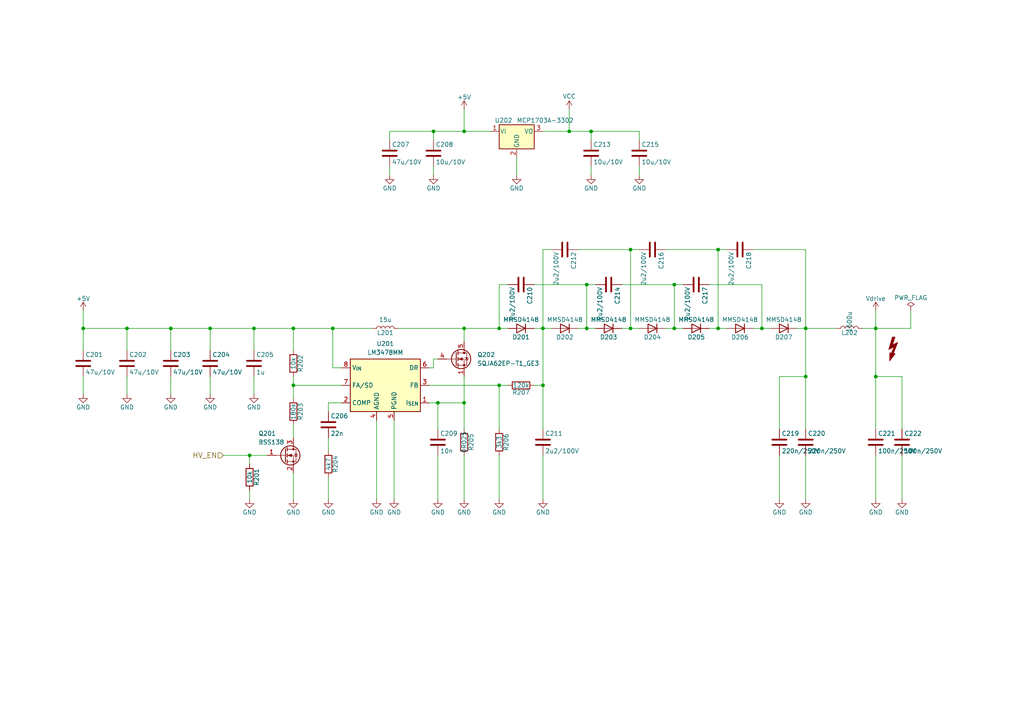
<source format=kicad_sch>
(kicad_sch (version 20230121) (generator eeschema)

  (uuid fe2cbdae-6299-46c6-ae8c-c106778e2dd0)

  (paper "A4")

  (title_block
    (title "ZM108x, Z57x nixieboard")
    (date "2025-09-04")
    (rev "3/${GITHASH}")
    (comment 1 "Atuthor: Martin Sabol")
  )

  (lib_symbols
    (symbol "Device:C" (pin_numbers hide) (pin_names (offset 0.254)) (in_bom yes) (on_board yes)
      (property "Reference" "C" (at 0.635 2.54 0)
        (effects (font (size 1.27 1.27)) (justify left))
      )
      (property "Value" "C" (at 0.635 -2.54 0)
        (effects (font (size 1.27 1.27)) (justify left))
      )
      (property "Footprint" "" (at 0.9652 -3.81 0)
        (effects (font (size 1.27 1.27)) hide)
      )
      (property "Datasheet" "~" (at 0 0 0)
        (effects (font (size 1.27 1.27)) hide)
      )
      (property "ki_keywords" "cap capacitor" (at 0 0 0)
        (effects (font (size 1.27 1.27)) hide)
      )
      (property "ki_description" "Unpolarized capacitor" (at 0 0 0)
        (effects (font (size 1.27 1.27)) hide)
      )
      (property "ki_fp_filters" "C_*" (at 0 0 0)
        (effects (font (size 1.27 1.27)) hide)
      )
      (symbol "C_0_1"
        (polyline
          (pts
            (xy -2.032 -0.762)
            (xy 2.032 -0.762)
          )
          (stroke (width 0.508) (type default))
          (fill (type none))
        )
        (polyline
          (pts
            (xy -2.032 0.762)
            (xy 2.032 0.762)
          )
          (stroke (width 0.508) (type default))
          (fill (type none))
        )
      )
      (symbol "C_1_1"
        (pin passive line (at 0 3.81 270) (length 2.794)
          (name "~" (effects (font (size 1.27 1.27))))
          (number "1" (effects (font (size 1.27 1.27))))
        )
        (pin passive line (at 0 -3.81 90) (length 2.794)
          (name "~" (effects (font (size 1.27 1.27))))
          (number "2" (effects (font (size 1.27 1.27))))
        )
      )
    )
    (symbol "Device:D" (pin_numbers hide) (pin_names (offset 1.016) hide) (in_bom yes) (on_board yes)
      (property "Reference" "D" (at 0 2.54 0)
        (effects (font (size 1.27 1.27)))
      )
      (property "Value" "D" (at 0 -2.54 0)
        (effects (font (size 1.27 1.27)))
      )
      (property "Footprint" "" (at 0 0 0)
        (effects (font (size 1.27 1.27)) hide)
      )
      (property "Datasheet" "~" (at 0 0 0)
        (effects (font (size 1.27 1.27)) hide)
      )
      (property "Sim.Device" "D" (at 0 0 0)
        (effects (font (size 1.27 1.27)) hide)
      )
      (property "Sim.Pins" "1=K 2=A" (at 0 0 0)
        (effects (font (size 1.27 1.27)) hide)
      )
      (property "ki_keywords" "diode" (at 0 0 0)
        (effects (font (size 1.27 1.27)) hide)
      )
      (property "ki_description" "Diode" (at 0 0 0)
        (effects (font (size 1.27 1.27)) hide)
      )
      (property "ki_fp_filters" "TO-???* *_Diode_* *SingleDiode* D_*" (at 0 0 0)
        (effects (font (size 1.27 1.27)) hide)
      )
      (symbol "D_0_1"
        (polyline
          (pts
            (xy -1.27 1.27)
            (xy -1.27 -1.27)
          )
          (stroke (width 0.254) (type default))
          (fill (type none))
        )
        (polyline
          (pts
            (xy 1.27 0)
            (xy -1.27 0)
          )
          (stroke (width 0) (type default))
          (fill (type none))
        )
        (polyline
          (pts
            (xy 1.27 1.27)
            (xy 1.27 -1.27)
            (xy -1.27 0)
            (xy 1.27 1.27)
          )
          (stroke (width 0.254) (type default))
          (fill (type none))
        )
      )
      (symbol "D_1_1"
        (pin passive line (at -3.81 0 0) (length 2.54)
          (name "K" (effects (font (size 1.27 1.27))))
          (number "1" (effects (font (size 1.27 1.27))))
        )
        (pin passive line (at 3.81 0 180) (length 2.54)
          (name "A" (effects (font (size 1.27 1.27))))
          (number "2" (effects (font (size 1.27 1.27))))
        )
      )
    )
    (symbol "Device:L" (pin_numbers hide) (pin_names (offset 1.016) hide) (in_bom yes) (on_board yes)
      (property "Reference" "L" (at -1.27 0 90)
        (effects (font (size 1.27 1.27)))
      )
      (property "Value" "L" (at 1.905 0 90)
        (effects (font (size 1.27 1.27)))
      )
      (property "Footprint" "" (at 0 0 0)
        (effects (font (size 1.27 1.27)) hide)
      )
      (property "Datasheet" "~" (at 0 0 0)
        (effects (font (size 1.27 1.27)) hide)
      )
      (property "ki_keywords" "inductor choke coil reactor magnetic" (at 0 0 0)
        (effects (font (size 1.27 1.27)) hide)
      )
      (property "ki_description" "Inductor" (at 0 0 0)
        (effects (font (size 1.27 1.27)) hide)
      )
      (property "ki_fp_filters" "Choke_* *Coil* Inductor_* L_*" (at 0 0 0)
        (effects (font (size 1.27 1.27)) hide)
      )
      (symbol "L_0_1"
        (arc (start 0 -2.54) (mid 0.6323 -1.905) (end 0 -1.27)
          (stroke (width 0) (type default))
          (fill (type none))
        )
        (arc (start 0 -1.27) (mid 0.6323 -0.635) (end 0 0)
          (stroke (width 0) (type default))
          (fill (type none))
        )
        (arc (start 0 0) (mid 0.6323 0.635) (end 0 1.27)
          (stroke (width 0) (type default))
          (fill (type none))
        )
        (arc (start 0 1.27) (mid 0.6323 1.905) (end 0 2.54)
          (stroke (width 0) (type default))
          (fill (type none))
        )
      )
      (symbol "L_1_1"
        (pin passive line (at 0 3.81 270) (length 1.27)
          (name "1" (effects (font (size 1.27 1.27))))
          (number "1" (effects (font (size 1.27 1.27))))
        )
        (pin passive line (at 0 -3.81 90) (length 1.27)
          (name "2" (effects (font (size 1.27 1.27))))
          (number "2" (effects (font (size 1.27 1.27))))
        )
      )
    )
    (symbol "Device:R" (pin_numbers hide) (pin_names (offset 0)) (in_bom yes) (on_board yes)
      (property "Reference" "R" (at 2.032 0 90)
        (effects (font (size 1.27 1.27)))
      )
      (property "Value" "R" (at 0 0 90)
        (effects (font (size 1.27 1.27)))
      )
      (property "Footprint" "" (at -1.778 0 90)
        (effects (font (size 1.27 1.27)) hide)
      )
      (property "Datasheet" "~" (at 0 0 0)
        (effects (font (size 1.27 1.27)) hide)
      )
      (property "ki_keywords" "R res resistor" (at 0 0 0)
        (effects (font (size 1.27 1.27)) hide)
      )
      (property "ki_description" "Resistor" (at 0 0 0)
        (effects (font (size 1.27 1.27)) hide)
      )
      (property "ki_fp_filters" "R_*" (at 0 0 0)
        (effects (font (size 1.27 1.27)) hide)
      )
      (symbol "R_0_1"
        (rectangle (start -1.016 -2.54) (end 1.016 2.54)
          (stroke (width 0.254) (type default))
          (fill (type none))
        )
      )
      (symbol "R_1_1"
        (pin passive line (at 0 3.81 270) (length 1.27)
          (name "~" (effects (font (size 1.27 1.27))))
          (number "1" (effects (font (size 1.27 1.27))))
        )
        (pin passive line (at 0 -3.81 90) (length 1.27)
          (name "~" (effects (font (size 1.27 1.27))))
          (number "2" (effects (font (size 1.27 1.27))))
        )
      )
    )
    (symbol "Graphic:SYM_Flash_Small" (in_bom no) (on_board no)
      (property "Reference" "#SYM" (at -2.286 0 90)
        (effects (font (size 1.27 1.27)) hide)
      )
      (property "Value" "SYM_Flash_Small" (at 2.286 0 90)
        (effects (font (size 1.27 1.27)) hide)
      )
      (property "Footprint" "" (at 0 -0.635 0)
        (effects (font (size 1.27 1.27)) hide)
      )
      (property "Datasheet" "~" (at 10.16 -2.54 0)
        (effects (font (size 1.27 1.27)) hide)
      )
      (property "Sim.Enable" "0" (at 0 0 0)
        (effects (font (size 1.27 1.27)) hide)
      )
      (property "ki_keywords" "graphic symbol flash VAC 220VAC 110VAC power" (at 0 0 0)
        (effects (font (size 1.27 1.27)) hide)
      )
      (property "ki_description" "Flash symbol, small" (at 0 0 0)
        (effects (font (size 1.27 1.27)) hide)
      )
      (symbol "SYM_Flash_Small_0_1"
        (polyline
          (pts
            (xy 0.508 -1.016)
            (xy -1.016 -0.762)
            (xy -1.016 -3.048)
            (xy 0.508 -1.016)
          )
          (stroke (width 0.2032) (type default))
          (fill (type outline))
        )
        (polyline
          (pts
            (xy -0.254 3.81)
            (xy 0.508 3.81)
            (xy -0.254 1.524)
            (xy 1.27 2.286)
            (xy 0 -1.016)
            (xy -0.508 -0.762)
            (xy 0.254 1.016)
            (xy -1.27 0.254)
            (xy -0.254 3.81)
          )
          (stroke (width 0.2032) (type default))
          (fill (type outline))
        )
      )
    )
    (symbol "Regulator_Controller:LM3478MM" (in_bom yes) (on_board yes)
      (property "Reference" "U" (at -9.525 8.89 0)
        (effects (font (size 1.27 1.27)))
      )
      (property "Value" "LM3478MM" (at 5.08 8.89 0)
        (effects (font (size 1.27 1.27)))
      )
      (property "Footprint" "Package_SO:VSSOP-8_3.0x3.0mm_P0.65mm" (at 25.4 -10.16 0)
        (effects (font (size 1.27 1.27)) hide)
      )
      (property "Datasheet" "https://www.ti.com/lit/gpn/lm3478" (at 0.635 12.7 0)
        (effects (font (size 1.27 1.27)) hide)
      )
      (property "ki_keywords" "Boost flyback SEPIC DC-DC controller" (at 0 0 0)
        (effects (font (size 1.27 1.27)) hide)
      )
      (property "ki_description" "2.97~40V Wide Input Range Boost/SEPIC/Flyback DC-DC Controller, VSSOP-8" (at 0 0 0)
        (effects (font (size 1.27 1.27)) hide)
      )
      (property "ki_fp_filters" "VSSOP-8_3.0x3.0mm_P0.65mm*" (at 0 0 0)
        (effects (font (size 1.27 1.27)) hide)
      )
      (symbol "LM3478MM_0_1"
        (rectangle (start -10.16 7.62) (end 10.16 -7.62)
          (stroke (width 0.254) (type default))
          (fill (type background))
        )
      )
      (symbol "LM3478MM_1_1"
        (pin input line (at 12.7 -5.08 180) (length 2.54)
          (name "I_{SEN}" (effects (font (size 1.27 1.27))))
          (number "1" (effects (font (size 1.27 1.27))))
        )
        (pin input line (at -12.7 -5.08 0) (length 2.54)
          (name "COMP" (effects (font (size 1.27 1.27))))
          (number "2" (effects (font (size 1.27 1.27))))
        )
        (pin input line (at 12.7 0 180) (length 2.54)
          (name "FB" (effects (font (size 1.27 1.27))))
          (number "3" (effects (font (size 1.27 1.27))))
        )
        (pin power_in line (at -2.54 -10.16 90) (length 2.54)
          (name "AGND" (effects (font (size 1.27 1.27))))
          (number "4" (effects (font (size 1.27 1.27))))
        )
        (pin power_in line (at 2.54 -10.16 90) (length 2.54)
          (name "PGND" (effects (font (size 1.27 1.27))))
          (number "5" (effects (font (size 1.27 1.27))))
        )
        (pin output line (at 12.7 5.08 180) (length 2.54)
          (name "DR" (effects (font (size 1.27 1.27))))
          (number "6" (effects (font (size 1.27 1.27))))
        )
        (pin input line (at -12.7 0 0) (length 2.54)
          (name "FA/SD" (effects (font (size 1.27 1.27))))
          (number "7" (effects (font (size 1.27 1.27))))
        )
        (pin power_in line (at -12.7 5.08 0) (length 2.54)
          (name "V_{IN}" (effects (font (size 1.27 1.27))))
          (number "8" (effects (font (size 1.27 1.27))))
        )
      )
    )
    (symbol "Regulator_Linear:MCP1703Ax-330xxDB" (pin_names (offset 0.254)) (in_bom yes) (on_board yes)
      (property "Reference" "U" (at -3.81 3.175 0)
        (effects (font (size 1.27 1.27)))
      )
      (property "Value" "MCP1703Ax-330xxDB" (at 0 3.175 0)
        (effects (font (size 1.27 1.27)) (justify left))
      )
      (property "Footprint" "Package_TO_SOT_SMD:SOT-223-3_TabPin2" (at 0 5.08 0)
        (effects (font (size 1.27 1.27)) hide)
      )
      (property "Datasheet" "http://ww1.microchip.com/downloads/en/DeviceDoc/20005122B.pdf" (at 0 -1.27 0)
        (effects (font (size 1.27 1.27)) hide)
      )
      (property "ki_keywords" "REGULATOR LDO" (at 0 0 0)
        (effects (font (size 1.27 1.27)) hide)
      )
      (property "ki_description" "Low Quiescent Current LDO Regulator, 3.3V, 250mA, Vin<=16V, SOT-223" (at 0 0 0)
        (effects (font (size 1.27 1.27)) hide)
      )
      (property "ki_fp_filters" "SOT?223*TabPin2*" (at 0 0 0)
        (effects (font (size 1.27 1.27)) hide)
      )
      (symbol "MCP1703Ax-330xxDB_0_1"
        (rectangle (start -5.08 -5.08) (end 5.08 1.905)
          (stroke (width 0.254) (type default))
          (fill (type background))
        )
      )
      (symbol "MCP1703Ax-330xxDB_1_1"
        (pin power_in line (at -7.62 0 0) (length 2.54)
          (name "VI" (effects (font (size 1.27 1.27))))
          (number "1" (effects (font (size 1.27 1.27))))
        )
        (pin power_in line (at 0 -7.62 90) (length 2.54)
          (name "GND" (effects (font (size 1.27 1.27))))
          (number "2" (effects (font (size 1.27 1.27))))
        )
        (pin power_out line (at 7.62 0 180) (length 2.54)
          (name "VO" (effects (font (size 1.27 1.27))))
          (number "3" (effects (font (size 1.27 1.27))))
        )
      )
    )
    (symbol "Transistor_FET:BSS138" (pin_names hide) (in_bom yes) (on_board yes)
      (property "Reference" "Q" (at 5.08 1.905 0)
        (effects (font (size 1.27 1.27)) (justify left))
      )
      (property "Value" "BSS138" (at 5.08 0 0)
        (effects (font (size 1.27 1.27)) (justify left))
      )
      (property "Footprint" "Package_TO_SOT_SMD:SOT-23" (at 5.08 -1.905 0)
        (effects (font (size 1.27 1.27) italic) (justify left) hide)
      )
      (property "Datasheet" "https://www.onsemi.com/pub/Collateral/BSS138-D.PDF" (at 5.08 -3.81 0)
        (effects (font (size 1.27 1.27)) (justify left) hide)
      )
      (property "ki_keywords" "N-Channel MOSFET" (at 0 0 0)
        (effects (font (size 1.27 1.27)) hide)
      )
      (property "ki_description" "50V Vds, 0.22A Id, N-Channel MOSFET, SOT-23" (at 0 0 0)
        (effects (font (size 1.27 1.27)) hide)
      )
      (property "ki_fp_filters" "SOT?23*" (at 0 0 0)
        (effects (font (size 1.27 1.27)) hide)
      )
      (symbol "BSS138_0_1"
        (polyline
          (pts
            (xy 0.254 0)
            (xy -2.54 0)
          )
          (stroke (width 0) (type default))
          (fill (type none))
        )
        (polyline
          (pts
            (xy 0.254 1.905)
            (xy 0.254 -1.905)
          )
          (stroke (width 0.254) (type default))
          (fill (type none))
        )
        (polyline
          (pts
            (xy 0.762 -1.27)
            (xy 0.762 -2.286)
          )
          (stroke (width 0.254) (type default))
          (fill (type none))
        )
        (polyline
          (pts
            (xy 0.762 0.508)
            (xy 0.762 -0.508)
          )
          (stroke (width 0.254) (type default))
          (fill (type none))
        )
        (polyline
          (pts
            (xy 0.762 2.286)
            (xy 0.762 1.27)
          )
          (stroke (width 0.254) (type default))
          (fill (type none))
        )
        (polyline
          (pts
            (xy 2.54 2.54)
            (xy 2.54 1.778)
          )
          (stroke (width 0) (type default))
          (fill (type none))
        )
        (polyline
          (pts
            (xy 2.54 -2.54)
            (xy 2.54 0)
            (xy 0.762 0)
          )
          (stroke (width 0) (type default))
          (fill (type none))
        )
        (polyline
          (pts
            (xy 0.762 -1.778)
            (xy 3.302 -1.778)
            (xy 3.302 1.778)
            (xy 0.762 1.778)
          )
          (stroke (width 0) (type default))
          (fill (type none))
        )
        (polyline
          (pts
            (xy 1.016 0)
            (xy 2.032 0.381)
            (xy 2.032 -0.381)
            (xy 1.016 0)
          )
          (stroke (width 0) (type default))
          (fill (type outline))
        )
        (polyline
          (pts
            (xy 2.794 0.508)
            (xy 2.921 0.381)
            (xy 3.683 0.381)
            (xy 3.81 0.254)
          )
          (stroke (width 0) (type default))
          (fill (type none))
        )
        (polyline
          (pts
            (xy 3.302 0.381)
            (xy 2.921 -0.254)
            (xy 3.683 -0.254)
            (xy 3.302 0.381)
          )
          (stroke (width 0) (type default))
          (fill (type none))
        )
        (circle (center 1.651 0) (radius 2.794)
          (stroke (width 0.254) (type default))
          (fill (type none))
        )
        (circle (center 2.54 -1.778) (radius 0.254)
          (stroke (width 0) (type default))
          (fill (type outline))
        )
        (circle (center 2.54 1.778) (radius 0.254)
          (stroke (width 0) (type default))
          (fill (type outline))
        )
      )
      (symbol "BSS138_1_1"
        (pin input line (at -5.08 0 0) (length 2.54)
          (name "G" (effects (font (size 1.27 1.27))))
          (number "1" (effects (font (size 1.27 1.27))))
        )
        (pin passive line (at 2.54 -5.08 90) (length 2.54)
          (name "S" (effects (font (size 1.27 1.27))))
          (number "2" (effects (font (size 1.27 1.27))))
        )
        (pin passive line (at 2.54 5.08 270) (length 2.54)
          (name "D" (effects (font (size 1.27 1.27))))
          (number "3" (effects (font (size 1.27 1.27))))
        )
      )
    )
    (symbol "Transistor_FET:Si7336ADP" (pin_names hide) (in_bom yes) (on_board yes)
      (property "Reference" "Q" (at 5.08 1.905 0)
        (effects (font (size 1.27 1.27)) (justify left))
      )
      (property "Value" "Si7336ADP" (at 5.08 0 0)
        (effects (font (size 1.27 1.27)) (justify left))
      )
      (property "Footprint" "Package_SO:PowerPAK_SO-8_Single" (at 5.08 -1.905 0)
        (effects (font (size 1.27 1.27) italic) (justify left) hide)
      )
      (property "Datasheet" "https://www.vishay.com/docs/73152/si7336adp.pdf" (at 5.08 -3.81 0)
        (effects (font (size 1.27 1.27)) (justify left) hide)
      )
      (property "ki_keywords" "N-Channel MOSFET" (at 0 0 0)
        (effects (font (size 1.27 1.27)) hide)
      )
      (property "ki_description" "30A Id, 30V Vds, 2.4mOhm Ron, PowerPAK-8" (at 0 0 0)
        (effects (font (size 1.27 1.27)) hide)
      )
      (property "ki_fp_filters" "PowerPAK*SO*Single*" (at 0 0 0)
        (effects (font (size 1.27 1.27)) hide)
      )
      (symbol "Si7336ADP_0_1"
        (polyline
          (pts
            (xy 0.254 0)
            (xy -2.54 0)
          )
          (stroke (width 0) (type default))
          (fill (type none))
        )
        (polyline
          (pts
            (xy 0.254 1.905)
            (xy 0.254 -1.905)
          )
          (stroke (width 0.254) (type default))
          (fill (type none))
        )
        (polyline
          (pts
            (xy 0.762 -1.27)
            (xy 0.762 -2.286)
          )
          (stroke (width 0.254) (type default))
          (fill (type none))
        )
        (polyline
          (pts
            (xy 0.762 0.508)
            (xy 0.762 -0.508)
          )
          (stroke (width 0.254) (type default))
          (fill (type none))
        )
        (polyline
          (pts
            (xy 0.762 2.286)
            (xy 0.762 1.27)
          )
          (stroke (width 0.254) (type default))
          (fill (type none))
        )
        (polyline
          (pts
            (xy 2.54 2.54)
            (xy 2.54 1.778)
          )
          (stroke (width 0) (type default))
          (fill (type none))
        )
        (polyline
          (pts
            (xy 2.54 -2.54)
            (xy 2.54 0)
            (xy 0.762 0)
          )
          (stroke (width 0) (type default))
          (fill (type none))
        )
        (polyline
          (pts
            (xy 0.762 -1.778)
            (xy 3.302 -1.778)
            (xy 3.302 1.778)
            (xy 0.762 1.778)
          )
          (stroke (width 0) (type default))
          (fill (type none))
        )
        (polyline
          (pts
            (xy 1.016 0)
            (xy 2.032 0.381)
            (xy 2.032 -0.381)
            (xy 1.016 0)
          )
          (stroke (width 0) (type default))
          (fill (type outline))
        )
        (polyline
          (pts
            (xy 2.794 0.508)
            (xy 2.921 0.381)
            (xy 3.683 0.381)
            (xy 3.81 0.254)
          )
          (stroke (width 0) (type default))
          (fill (type none))
        )
        (polyline
          (pts
            (xy 3.302 0.381)
            (xy 2.921 -0.254)
            (xy 3.683 -0.254)
            (xy 3.302 0.381)
          )
          (stroke (width 0) (type default))
          (fill (type none))
        )
        (circle (center 1.651 0) (radius 2.794)
          (stroke (width 0.254) (type default))
          (fill (type none))
        )
        (circle (center 2.54 -1.778) (radius 0.254)
          (stroke (width 0) (type default))
          (fill (type outline))
        )
        (circle (center 2.54 1.778) (radius 0.254)
          (stroke (width 0) (type default))
          (fill (type outline))
        )
      )
      (symbol "Si7336ADP_1_1"
        (pin passive line (at 2.54 -5.08 90) (length 2.54)
          (name "S" (effects (font (size 1.27 1.27))))
          (number "1" (effects (font (size 1.27 1.27))))
        )
        (pin passive line (at 2.54 -5.08 90) (length 2.54) hide
          (name "S" (effects (font (size 1.27 1.27))))
          (number "2" (effects (font (size 1.27 1.27))))
        )
        (pin passive line (at 2.54 -5.08 90) (length 2.54) hide
          (name "S" (effects (font (size 1.27 1.27))))
          (number "3" (effects (font (size 1.27 1.27))))
        )
        (pin input line (at -5.08 0 0) (length 2.54)
          (name "G" (effects (font (size 1.27 1.27))))
          (number "4" (effects (font (size 1.27 1.27))))
        )
        (pin passive line (at 2.54 5.08 270) (length 2.54)
          (name "D" (effects (font (size 1.27 1.27))))
          (number "5" (effects (font (size 1.27 1.27))))
        )
      )
    )
    (symbol "power:+5V" (power) (pin_names (offset 0)) (in_bom yes) (on_board yes)
      (property "Reference" "#PWR" (at 0 -3.81 0)
        (effects (font (size 1.27 1.27)) hide)
      )
      (property "Value" "+5V" (at 0 3.556 0)
        (effects (font (size 1.27 1.27)))
      )
      (property "Footprint" "" (at 0 0 0)
        (effects (font (size 1.27 1.27)) hide)
      )
      (property "Datasheet" "" (at 0 0 0)
        (effects (font (size 1.27 1.27)) hide)
      )
      (property "ki_keywords" "global power" (at 0 0 0)
        (effects (font (size 1.27 1.27)) hide)
      )
      (property "ki_description" "Power symbol creates a global label with name \"+5V\"" (at 0 0 0)
        (effects (font (size 1.27 1.27)) hide)
      )
      (symbol "+5V_0_1"
        (polyline
          (pts
            (xy -0.762 1.27)
            (xy 0 2.54)
          )
          (stroke (width 0) (type default))
          (fill (type none))
        )
        (polyline
          (pts
            (xy 0 0)
            (xy 0 2.54)
          )
          (stroke (width 0) (type default))
          (fill (type none))
        )
        (polyline
          (pts
            (xy 0 2.54)
            (xy 0.762 1.27)
          )
          (stroke (width 0) (type default))
          (fill (type none))
        )
      )
      (symbol "+5V_1_1"
        (pin power_in line (at 0 0 90) (length 0) hide
          (name "+5V" (effects (font (size 1.27 1.27))))
          (number "1" (effects (font (size 1.27 1.27))))
        )
      )
    )
    (symbol "power:GND" (power) (pin_names (offset 0)) (in_bom yes) (on_board yes)
      (property "Reference" "#PWR" (at 0 -6.35 0)
        (effects (font (size 1.27 1.27)) hide)
      )
      (property "Value" "GND" (at 0 -3.81 0)
        (effects (font (size 1.27 1.27)))
      )
      (property "Footprint" "" (at 0 0 0)
        (effects (font (size 1.27 1.27)) hide)
      )
      (property "Datasheet" "" (at 0 0 0)
        (effects (font (size 1.27 1.27)) hide)
      )
      (property "ki_keywords" "global power" (at 0 0 0)
        (effects (font (size 1.27 1.27)) hide)
      )
      (property "ki_description" "Power symbol creates a global label with name \"GND\" , ground" (at 0 0 0)
        (effects (font (size 1.27 1.27)) hide)
      )
      (symbol "GND_0_1"
        (polyline
          (pts
            (xy 0 0)
            (xy 0 -1.27)
            (xy 1.27 -1.27)
            (xy 0 -2.54)
            (xy -1.27 -1.27)
            (xy 0 -1.27)
          )
          (stroke (width 0) (type default))
          (fill (type none))
        )
      )
      (symbol "GND_1_1"
        (pin power_in line (at 0 0 270) (length 0) hide
          (name "GND" (effects (font (size 1.27 1.27))))
          (number "1" (effects (font (size 1.27 1.27))))
        )
      )
    )
    (symbol "power:PWR_FLAG" (power) (pin_numbers hide) (pin_names (offset 0) hide) (in_bom yes) (on_board yes)
      (property "Reference" "#FLG" (at 0 1.905 0)
        (effects (font (size 1.27 1.27)) hide)
      )
      (property "Value" "PWR_FLAG" (at 0 3.81 0)
        (effects (font (size 1.27 1.27)))
      )
      (property "Footprint" "" (at 0 0 0)
        (effects (font (size 1.27 1.27)) hide)
      )
      (property "Datasheet" "~" (at 0 0 0)
        (effects (font (size 1.27 1.27)) hide)
      )
      (property "ki_keywords" "flag power" (at 0 0 0)
        (effects (font (size 1.27 1.27)) hide)
      )
      (property "ki_description" "Special symbol for telling ERC where power comes from" (at 0 0 0)
        (effects (font (size 1.27 1.27)) hide)
      )
      (symbol "PWR_FLAG_0_0"
        (pin power_out line (at 0 0 90) (length 0)
          (name "pwr" (effects (font (size 1.27 1.27))))
          (number "1" (effects (font (size 1.27 1.27))))
        )
      )
      (symbol "PWR_FLAG_0_1"
        (polyline
          (pts
            (xy 0 0)
            (xy 0 1.27)
            (xy -1.016 1.905)
            (xy 0 2.54)
            (xy 1.016 1.905)
            (xy 0 1.27)
          )
          (stroke (width 0) (type default))
          (fill (type none))
        )
      )
    )
    (symbol "power:VCC" (power) (pin_names (offset 0)) (in_bom yes) (on_board yes)
      (property "Reference" "#PWR" (at 0 -3.81 0)
        (effects (font (size 1.27 1.27)) hide)
      )
      (property "Value" "VCC" (at 0 3.81 0)
        (effects (font (size 1.27 1.27)))
      )
      (property "Footprint" "" (at 0 0 0)
        (effects (font (size 1.27 1.27)) hide)
      )
      (property "Datasheet" "" (at 0 0 0)
        (effects (font (size 1.27 1.27)) hide)
      )
      (property "ki_keywords" "global power" (at 0 0 0)
        (effects (font (size 1.27 1.27)) hide)
      )
      (property "ki_description" "Power symbol creates a global label with name \"VCC\"" (at 0 0 0)
        (effects (font (size 1.27 1.27)) hide)
      )
      (symbol "VCC_0_1"
        (polyline
          (pts
            (xy -0.762 1.27)
            (xy 0 2.54)
          )
          (stroke (width 0) (type default))
          (fill (type none))
        )
        (polyline
          (pts
            (xy 0 0)
            (xy 0 2.54)
          )
          (stroke (width 0) (type default))
          (fill (type none))
        )
        (polyline
          (pts
            (xy 0 2.54)
            (xy 0.762 1.27)
          )
          (stroke (width 0) (type default))
          (fill (type none))
        )
      )
      (symbol "VCC_1_1"
        (pin power_in line (at 0 0 90) (length 0) hide
          (name "VCC" (effects (font (size 1.27 1.27))))
          (number "1" (effects (font (size 1.27 1.27))))
        )
      )
    )
    (symbol "power:Vdrive" (power) (pin_names (offset 0)) (in_bom yes) (on_board yes)
      (property "Reference" "#PWR" (at -5.08 -3.81 0)
        (effects (font (size 1.27 1.27)) hide)
      )
      (property "Value" "Vdrive" (at 0 3.81 0)
        (effects (font (size 1.27 1.27)))
      )
      (property "Footprint" "" (at 0 0 0)
        (effects (font (size 1.27 1.27)) hide)
      )
      (property "Datasheet" "" (at 0 0 0)
        (effects (font (size 1.27 1.27)) hide)
      )
      (property "ki_keywords" "global power" (at 0 0 0)
        (effects (font (size 1.27 1.27)) hide)
      )
      (property "ki_description" "Power symbol creates a global label with name \"Vdrive\"" (at 0 0 0)
        (effects (font (size 1.27 1.27)) hide)
      )
      (symbol "Vdrive_0_1"
        (polyline
          (pts
            (xy -0.762 1.27)
            (xy 0 2.54)
          )
          (stroke (width 0) (type default))
          (fill (type none))
        )
        (polyline
          (pts
            (xy 0 0)
            (xy 0 2.54)
          )
          (stroke (width 0) (type default))
          (fill (type none))
        )
        (polyline
          (pts
            (xy 0 2.54)
            (xy 0.762 1.27)
          )
          (stroke (width 0) (type default))
          (fill (type none))
        )
      )
      (symbol "Vdrive_1_1"
        (pin power_in line (at 0 0 90) (length 0) hide
          (name "Vdrive" (effects (font (size 1.27 1.27))))
          (number "1" (effects (font (size 1.27 1.27))))
        )
      )
    )
  )

  (junction (at 182.88 72.39) (diameter 0) (color 0 0 0 0)
    (uuid 0e129b56-569f-44f5-ba6f-765a28383c8f)
  )
  (junction (at 195.58 95.25) (diameter 0) (color 0 0 0 0)
    (uuid 0e8be46f-cc24-4ee8-9f87-b2e351c712fa)
  )
  (junction (at 170.18 95.25) (diameter 0) (color 0 0 0 0)
    (uuid 0ff9d0a7-cbd4-47a3-8562-cdef9c78a0c1)
  )
  (junction (at 72.39 132.08) (diameter 0) (color 0 0 0 0)
    (uuid 12d3f646-ddaf-46fb-96f1-ef08895cbafe)
  )
  (junction (at 157.48 111.76) (diameter 0) (color 0 0 0 0)
    (uuid 191e10fd-6661-4df6-b0bf-4366f843afce)
  )
  (junction (at 171.45 38.1) (diameter 0) (color 0 0 0 0)
    (uuid 1b7d42bc-ff85-4587-9270-7d2c91e382d5)
  )
  (junction (at 208.28 95.25) (diameter 0) (color 0 0 0 0)
    (uuid 1f510a31-3e69-4865-a1b6-c9cdc6b79832)
  )
  (junction (at 134.62 95.25) (diameter 0) (color 0 0 0 0)
    (uuid 25d529bc-5928-4cf7-adfe-4cf6581d721d)
  )
  (junction (at 254 95.25) (diameter 0) (color 0 0 0 0)
    (uuid 515ac5f2-444c-4e3a-a97f-03d557078719)
  )
  (junction (at 144.78 111.76) (diameter 0) (color 0 0 0 0)
    (uuid 6ac3ab3e-4af3-43b5-9453-f6e540f63d63)
  )
  (junction (at 125.73 38.1) (diameter 0) (color 0 0 0 0)
    (uuid 6b8b6b1b-902b-40d2-a15d-46f639c73d1c)
  )
  (junction (at 134.62 116.84) (diameter 0) (color 0 0 0 0)
    (uuid 6fff62b7-3f3c-47e3-bd4a-b8b64e7ff851)
  )
  (junction (at 49.53 95.25) (diameter 0) (color 0 0 0 0)
    (uuid 71864618-3552-4cf5-8dd9-a3c5bfbb9ce2)
  )
  (junction (at 165.1 38.1) (diameter 0) (color 0 0 0 0)
    (uuid 86f47845-1a32-4805-a57a-fd0ce694730e)
  )
  (junction (at 220.98 95.25) (diameter 0) (color 0 0 0 0)
    (uuid 98d25180-7462-46f1-aeb8-e8c1cd931492)
  )
  (junction (at 134.62 38.1) (diameter 0) (color 0 0 0 0)
    (uuid 9a0a3576-9ffb-45ce-b706-aea6ffd14e88)
  )
  (junction (at 36.83 95.25) (diameter 0) (color 0 0 0 0)
    (uuid 9dfe95e8-6266-48ec-a1d8-5b96ced0e452)
  )
  (junction (at 208.28 72.39) (diameter 0) (color 0 0 0 0)
    (uuid 9fc7ccd0-a1e1-44f7-bf42-e14903b33bbc)
  )
  (junction (at 144.78 95.25) (diameter 0) (color 0 0 0 0)
    (uuid a4f41a9c-912d-4918-acdb-e597d46ab826)
  )
  (junction (at 85.09 95.25) (diameter 0) (color 0 0 0 0)
    (uuid a8c85ac6-3bf0-4ff1-a86a-cf3f8c754e10)
  )
  (junction (at 96.52 95.25) (diameter 0) (color 0 0 0 0)
    (uuid aaf30257-8aed-43cc-a808-a42d0f8b6dfa)
  )
  (junction (at 182.88 95.25) (diameter 0) (color 0 0 0 0)
    (uuid ad8068a0-6dcc-4eaa-b361-f2a1851ea633)
  )
  (junction (at 24.13 95.25) (diameter 0) (color 0 0 0 0)
    (uuid ae080532-ef7a-4222-a03d-764b5dbffb6b)
  )
  (junction (at 60.96 95.25) (diameter 0) (color 0 0 0 0)
    (uuid bb2037de-06d9-4b92-88df-7d2321f92be9)
  )
  (junction (at 233.68 109.22) (diameter 0) (color 0 0 0 0)
    (uuid bb5c6b29-aad0-49f5-8246-260fb4c8864f)
  )
  (junction (at 127 116.84) (diameter 0) (color 0 0 0 0)
    (uuid c0e3829b-b81d-4597-93dd-6e880d7b5b78)
  )
  (junction (at 170.18 82.55) (diameter 0) (color 0 0 0 0)
    (uuid c8ee932c-180f-404c-9879-2b230f22c88b)
  )
  (junction (at 254 109.22) (diameter 0) (color 0 0 0 0)
    (uuid d3179375-746b-45d8-b86d-9c40ea2e4bbc)
  )
  (junction (at 195.58 82.55) (diameter 0) (color 0 0 0 0)
    (uuid dd2939e9-6c0b-4892-8a66-58fb1e94f7dd)
  )
  (junction (at 85.09 111.76) (diameter 0) (color 0 0 0 0)
    (uuid dfc2d259-7ec6-40be-8fef-eba98d378fcc)
  )
  (junction (at 73.66 95.25) (diameter 0) (color 0 0 0 0)
    (uuid e6826d8e-3865-4ccf-b2b1-dbe85fcd6a6a)
  )
  (junction (at 233.68 95.25) (diameter 0) (color 0 0 0 0)
    (uuid eaf70f25-438c-43d6-a732-debf7a866a6a)
  )
  (junction (at 157.48 95.25) (diameter 0) (color 0 0 0 0)
    (uuid fd79bb20-7837-4062-9309-324c932e1ffe)
  )

  (wire (pts (xy 24.13 95.25) (xy 24.13 101.6))
    (stroke (width 0) (type default))
    (uuid 01bb65ed-82ad-4b9f-b5ce-d1d929f85154)
  )
  (wire (pts (xy 157.48 132.08) (xy 157.48 144.78))
    (stroke (width 0) (type default))
    (uuid 08b93163-7d20-4bfe-9736-a44c04f310ec)
  )
  (wire (pts (xy 205.74 95.25) (xy 208.28 95.25))
    (stroke (width 0) (type default))
    (uuid 098baf45-f505-4f5f-b779-2e4d588b87d9)
  )
  (wire (pts (xy 113.03 48.26) (xy 113.03 50.8))
    (stroke (width 0) (type default))
    (uuid 0a0132ad-fc55-4497-81d7-d5700b882256)
  )
  (wire (pts (xy 149.86 45.72) (xy 149.86 50.8))
    (stroke (width 0) (type default))
    (uuid 0aa57453-219b-44aa-9173-3272f575e64a)
  )
  (wire (pts (xy 115.57 95.25) (xy 134.62 95.25))
    (stroke (width 0) (type default))
    (uuid 0be6c704-a210-4458-93f5-6bf72097d2c2)
  )
  (wire (pts (xy 226.06 132.08) (xy 226.06 144.78))
    (stroke (width 0) (type default))
    (uuid 10a58e28-f81a-466d-8841-ccf96aba2fa9)
  )
  (wire (pts (xy 144.78 82.55) (xy 144.78 95.25))
    (stroke (width 0) (type default))
    (uuid 1129c5ed-4e2f-4838-a6f9-ff9131e6296f)
  )
  (wire (pts (xy 113.03 38.1) (xy 125.73 38.1))
    (stroke (width 0) (type default))
    (uuid 14177cca-00f3-4a47-8cc3-cbcd330a477e)
  )
  (wire (pts (xy 125.73 104.14) (xy 127 104.14))
    (stroke (width 0) (type default))
    (uuid 18404c07-5360-42df-9c62-a6d288845947)
  )
  (wire (pts (xy 125.73 104.14) (xy 125.73 106.68))
    (stroke (width 0) (type default))
    (uuid 18719a7a-9269-49df-a119-fb14e9612d1a)
  )
  (wire (pts (xy 144.78 95.25) (xy 147.32 95.25))
    (stroke (width 0) (type default))
    (uuid 189a1571-7043-4d15-8da9-b1dbfedc5a36)
  )
  (wire (pts (xy 124.46 116.84) (xy 127 116.84))
    (stroke (width 0) (type default))
    (uuid 1bf3c1af-c5a8-442d-bd17-abf664e63f62)
  )
  (wire (pts (xy 72.39 142.24) (xy 72.39 144.78))
    (stroke (width 0) (type default))
    (uuid 1f18b936-6040-4c5b-828e-2cb06b6516b9)
  )
  (wire (pts (xy 180.34 82.55) (xy 195.58 82.55))
    (stroke (width 0) (type default))
    (uuid 209d0fb7-ab14-4ef2-9fad-6364864b4e75)
  )
  (wire (pts (xy 254 109.22) (xy 254 124.46))
    (stroke (width 0) (type default))
    (uuid 259b7029-a799-46bd-ad0b-67d108039cb1)
  )
  (wire (pts (xy 114.3 121.92) (xy 114.3 144.78))
    (stroke (width 0) (type default))
    (uuid 2bcd4cb6-f11b-44a9-b8af-7fdd9d7b6853)
  )
  (wire (pts (xy 154.94 95.25) (xy 157.48 95.25))
    (stroke (width 0) (type default))
    (uuid 2f32ab52-7f27-4fb1-9968-24a76278fb5b)
  )
  (wire (pts (xy 85.09 95.25) (xy 96.52 95.25))
    (stroke (width 0) (type default))
    (uuid 383c8f48-162a-4728-a8ad-d3ef5808fbbb)
  )
  (wire (pts (xy 185.42 38.1) (xy 185.42 40.64))
    (stroke (width 0) (type default))
    (uuid 3955c5c7-071e-4dc8-a458-053551a2554f)
  )
  (wire (pts (xy 254 132.08) (xy 254 144.78))
    (stroke (width 0) (type default))
    (uuid 3aa8888b-6390-4ae8-8cad-9adfbefe61e2)
  )
  (wire (pts (xy 144.78 132.08) (xy 144.78 144.78))
    (stroke (width 0) (type default))
    (uuid 3d9811b9-151f-43a5-b574-22dbbdd38811)
  )
  (wire (pts (xy 254 95.25) (xy 264.16 95.25))
    (stroke (width 0) (type default))
    (uuid 3dc2ea60-7c9d-4665-96b9-884089fd0953)
  )
  (wire (pts (xy 157.48 124.46) (xy 157.48 111.76))
    (stroke (width 0) (type default))
    (uuid 432fdb7e-05ff-447a-bd21-67400bc9b1b7)
  )
  (wire (pts (xy 99.06 111.76) (xy 85.09 111.76))
    (stroke (width 0) (type default))
    (uuid 434664db-0be6-42db-bace-78d411320be9)
  )
  (wire (pts (xy 264.16 95.25) (xy 264.16 90.17))
    (stroke (width 0) (type default))
    (uuid 46ab5059-d283-4a37-9dde-ce79e845808e)
  )
  (wire (pts (xy 85.09 109.22) (xy 85.09 111.76))
    (stroke (width 0) (type default))
    (uuid 4768b191-2328-473a-90fa-375269207755)
  )
  (wire (pts (xy 134.62 38.1) (xy 142.24 38.1))
    (stroke (width 0) (type default))
    (uuid 52191c03-5953-4022-b509-5232446ac378)
  )
  (wire (pts (xy 147.32 82.55) (xy 144.78 82.55))
    (stroke (width 0) (type default))
    (uuid 54252a55-b9f8-41ce-b673-208829e8fe74)
  )
  (wire (pts (xy 127 116.84) (xy 134.62 116.84))
    (stroke (width 0) (type default))
    (uuid 551c2719-889e-41ee-8df3-5b332a735217)
  )
  (wire (pts (xy 72.39 132.08) (xy 72.39 134.62))
    (stroke (width 0) (type default))
    (uuid 59ae7c4a-3e82-4ea7-a254-905d790f5caf)
  )
  (wire (pts (xy 144.78 111.76) (xy 144.78 124.46))
    (stroke (width 0) (type default))
    (uuid 5a5ad286-d514-421e-a6d0-f4deeac6ed4a)
  )
  (wire (pts (xy 73.66 95.25) (xy 85.09 95.25))
    (stroke (width 0) (type default))
    (uuid 5da269e5-c744-4f76-8f4f-3001407de02d)
  )
  (wire (pts (xy 24.13 109.22) (xy 24.13 114.3))
    (stroke (width 0) (type default))
    (uuid 5dac7008-73c0-4b3e-b09c-9bc686ebbaf8)
  )
  (wire (pts (xy 60.96 109.22) (xy 60.96 114.3))
    (stroke (width 0) (type default))
    (uuid 5e66f8a9-103c-44ae-8190-67400e054165)
  )
  (wire (pts (xy 95.25 116.84) (xy 95.25 119.38))
    (stroke (width 0) (type default))
    (uuid 5e9be0ef-99ad-4871-89df-6923d3eb7b59)
  )
  (wire (pts (xy 182.88 72.39) (xy 185.42 72.39))
    (stroke (width 0) (type default))
    (uuid 5f64c3ac-9d4c-4590-96c7-6026bd5a7eb4)
  )
  (wire (pts (xy 195.58 82.55) (xy 198.12 82.55))
    (stroke (width 0) (type default))
    (uuid 625c6e43-4b4f-4215-b7ac-2840b276b3c9)
  )
  (wire (pts (xy 96.52 106.68) (xy 96.52 95.25))
    (stroke (width 0) (type default))
    (uuid 657f2d58-8d89-4864-b0eb-ec155f1e841a)
  )
  (wire (pts (xy 193.04 72.39) (xy 208.28 72.39))
    (stroke (width 0) (type default))
    (uuid 68246c20-0dfd-4c09-bfe1-7db44b1de7c5)
  )
  (wire (pts (xy 231.14 95.25) (xy 233.68 95.25))
    (stroke (width 0) (type default))
    (uuid 696a4fba-b01a-4d3e-959a-b6451674f577)
  )
  (wire (pts (xy 134.62 109.22) (xy 134.62 116.84))
    (stroke (width 0) (type default))
    (uuid 6a219f83-622c-4a52-b4c8-70003346452a)
  )
  (wire (pts (xy 36.83 95.25) (xy 36.83 101.6))
    (stroke (width 0) (type default))
    (uuid 6db7cccb-ef72-4955-b822-66325b9c48e0)
  )
  (wire (pts (xy 226.06 109.22) (xy 226.06 124.46))
    (stroke (width 0) (type default))
    (uuid 73d4f670-609c-4381-bf8f-70b6463ae25d)
  )
  (wire (pts (xy 233.68 132.08) (xy 233.68 144.78))
    (stroke (width 0) (type default))
    (uuid 7e4dea2a-a348-4af1-a152-2d476a071c74)
  )
  (wire (pts (xy 144.78 111.76) (xy 147.32 111.76))
    (stroke (width 0) (type default))
    (uuid 8044715b-7414-4d68-920a-cc41dbbf1f58)
  )
  (wire (pts (xy 261.62 132.08) (xy 261.62 144.78))
    (stroke (width 0) (type default))
    (uuid 8087e075-9d92-410b-9f5c-c0f3a8ee066c)
  )
  (wire (pts (xy 254 95.25) (xy 254 109.22))
    (stroke (width 0) (type default))
    (uuid 817c8bf8-cb3a-4d21-9426-67d3e1c3516b)
  )
  (wire (pts (xy 218.44 95.25) (xy 220.98 95.25))
    (stroke (width 0) (type default))
    (uuid 81b4fc43-c344-46fc-b294-6b6ea6ebb4a3)
  )
  (wire (pts (xy 182.88 95.25) (xy 185.42 95.25))
    (stroke (width 0) (type default))
    (uuid 820bbf4b-0899-4f3e-8bc4-7c109d2f2da1)
  )
  (wire (pts (xy 127 132.08) (xy 127 144.78))
    (stroke (width 0) (type default))
    (uuid 84feb3b5-2d6a-422a-8c21-7634d1dea756)
  )
  (wire (pts (xy 96.52 95.25) (xy 107.95 95.25))
    (stroke (width 0) (type default))
    (uuid 85bba6f8-37fd-417c-8417-046ff5ecb186)
  )
  (wire (pts (xy 195.58 95.25) (xy 198.12 95.25))
    (stroke (width 0) (type default))
    (uuid 88172304-5bf7-448a-8ed0-6aaa544dfe4a)
  )
  (wire (pts (xy 165.1 31.75) (xy 165.1 38.1))
    (stroke (width 0) (type default))
    (uuid 8a432a18-126c-44bf-8b63-794186c13b10)
  )
  (wire (pts (xy 85.09 111.76) (xy 85.09 115.57))
    (stroke (width 0) (type default))
    (uuid 8b514c13-f165-4ecf-845d-379eb332bf54)
  )
  (wire (pts (xy 109.22 121.92) (xy 109.22 144.78))
    (stroke (width 0) (type default))
    (uuid 9242f1fe-9366-4d0d-ab47-f6a689b4a65c)
  )
  (wire (pts (xy 160.02 72.39) (xy 157.48 72.39))
    (stroke (width 0) (type default))
    (uuid 937bf40c-873f-424c-acc3-c84ab0b5a4ff)
  )
  (wire (pts (xy 220.98 82.55) (xy 220.98 95.25))
    (stroke (width 0) (type default))
    (uuid 93a9a500-8750-443c-a3b4-ec621e08c4b7)
  )
  (wire (pts (xy 49.53 109.22) (xy 49.53 114.3))
    (stroke (width 0) (type default))
    (uuid 93b80f9d-5b86-4e64-b74c-7fd3a9444269)
  )
  (wire (pts (xy 167.64 95.25) (xy 170.18 95.25))
    (stroke (width 0) (type default))
    (uuid 94c213b4-d28a-4bf0-a602-cf7ea188540c)
  )
  (wire (pts (xy 49.53 95.25) (xy 49.53 101.6))
    (stroke (width 0) (type default))
    (uuid 9628f137-4051-49c4-9e10-d54c830c6bb9)
  )
  (wire (pts (xy 85.09 123.19) (xy 85.09 127))
    (stroke (width 0) (type default))
    (uuid 9ae1e702-dbd7-44ee-80de-cb0756012d87)
  )
  (wire (pts (xy 170.18 82.55) (xy 170.18 95.25))
    (stroke (width 0) (type default))
    (uuid 9af7ddde-5aa9-4916-b969-7fc68db39941)
  )
  (wire (pts (xy 85.09 137.16) (xy 85.09 144.78))
    (stroke (width 0) (type default))
    (uuid 9c472277-80f8-42ec-8bc2-224f19bd67df)
  )
  (wire (pts (xy 85.09 95.25) (xy 85.09 101.6))
    (stroke (width 0) (type default))
    (uuid 9d6d867c-8177-47cd-9d58-046ea0397240)
  )
  (wire (pts (xy 182.88 72.39) (xy 182.88 95.25))
    (stroke (width 0) (type default))
    (uuid a1d34b18-390b-4d93-9763-bf81d3b376b6)
  )
  (wire (pts (xy 95.25 127) (xy 95.25 130.81))
    (stroke (width 0) (type default))
    (uuid a731f332-f528-40d2-9ecf-32bb6e106fba)
  )
  (wire (pts (xy 233.68 109.22) (xy 233.68 124.46))
    (stroke (width 0) (type default))
    (uuid a86abd38-aba3-4d6c-b899-688e6e9af460)
  )
  (wire (pts (xy 233.68 95.25) (xy 242.57 95.25))
    (stroke (width 0) (type default))
    (uuid acc01021-9ee3-41d1-acf8-1b18031b3df6)
  )
  (wire (pts (xy 134.62 31.75) (xy 134.62 38.1))
    (stroke (width 0) (type default))
    (uuid ae1402f6-a3ca-46ce-a6eb-a9fc17a91142)
  )
  (wire (pts (xy 171.45 38.1) (xy 185.42 38.1))
    (stroke (width 0) (type default))
    (uuid ae79c8bb-8bc0-4745-a866-4bd3c7e8bb0f)
  )
  (wire (pts (xy 72.39 132.08) (xy 77.47 132.08))
    (stroke (width 0) (type default))
    (uuid af547a57-48b3-4505-8427-527727ba9aef)
  )
  (wire (pts (xy 24.13 95.25) (xy 36.83 95.25))
    (stroke (width 0) (type default))
    (uuid b4882546-73e3-4cdc-91c2-4522c41ef857)
  )
  (wire (pts (xy 127 116.84) (xy 127 124.46))
    (stroke (width 0) (type default))
    (uuid b4bf8a36-2b7b-4c34-98cc-65a6bcfd8da2)
  )
  (wire (pts (xy 113.03 40.64) (xy 113.03 38.1))
    (stroke (width 0) (type default))
    (uuid bd69f1fa-b107-41c2-9124-43c9cf55e2bb)
  )
  (wire (pts (xy 165.1 38.1) (xy 171.45 38.1))
    (stroke (width 0) (type default))
    (uuid bd8ffe7a-c6ac-4e18-8a51-00ef1c0f1cc6)
  )
  (wire (pts (xy 125.73 48.26) (xy 125.73 50.8))
    (stroke (width 0) (type default))
    (uuid bdb5a21f-9973-4cfe-958e-5910a5ae884a)
  )
  (wire (pts (xy 208.28 72.39) (xy 208.28 95.25))
    (stroke (width 0) (type default))
    (uuid bdc20e8a-37aa-4622-a78d-077855a889bd)
  )
  (wire (pts (xy 99.06 106.68) (xy 96.52 106.68))
    (stroke (width 0) (type default))
    (uuid be1a5594-5f3f-43f7-9fc9-ede9e338cb2e)
  )
  (wire (pts (xy 125.73 40.64) (xy 125.73 38.1))
    (stroke (width 0) (type default))
    (uuid bfa47802-98f7-4b78-aac2-eb1da3c62622)
  )
  (wire (pts (xy 185.42 48.26) (xy 185.42 50.8))
    (stroke (width 0) (type default))
    (uuid c1d34d10-071a-4f2a-97ef-8e3eaf0473e4)
  )
  (wire (pts (xy 124.46 111.76) (xy 144.78 111.76))
    (stroke (width 0) (type default))
    (uuid c4cef398-c521-4f6d-b2bf-29f23da7f822)
  )
  (wire (pts (xy 99.06 116.84) (xy 95.25 116.84))
    (stroke (width 0) (type default))
    (uuid c4d97b1d-d77d-4bf3-8d08-87f3978aac5e)
  )
  (wire (pts (xy 134.62 95.25) (xy 144.78 95.25))
    (stroke (width 0) (type default))
    (uuid c5c064ab-8c44-422a-9eb4-b6c360433863)
  )
  (wire (pts (xy 180.34 95.25) (xy 182.88 95.25))
    (stroke (width 0) (type default))
    (uuid c61d3649-cc34-4372-adb0-5d26a6cc2773)
  )
  (wire (pts (xy 60.96 95.25) (xy 73.66 95.25))
    (stroke (width 0) (type default))
    (uuid c6977f78-fe69-429c-9e80-f00d9ceb5732)
  )
  (wire (pts (xy 157.48 95.25) (xy 160.02 95.25))
    (stroke (width 0) (type default))
    (uuid c8073b28-0887-4081-b083-2415754a221b)
  )
  (wire (pts (xy 205.74 82.55) (xy 220.98 82.55))
    (stroke (width 0) (type default))
    (uuid c832cc7f-cee7-495b-b836-19de2f54ad5b)
  )
  (wire (pts (xy 261.62 109.22) (xy 261.62 124.46))
    (stroke (width 0) (type default))
    (uuid c90fbec9-750f-4d2c-9b35-3ef8c94ea02a)
  )
  (wire (pts (xy 208.28 95.25) (xy 210.82 95.25))
    (stroke (width 0) (type default))
    (uuid cc0af333-ad2c-4419-aef6-d82a9fd87b0b)
  )
  (wire (pts (xy 60.96 95.25) (xy 60.96 101.6))
    (stroke (width 0) (type default))
    (uuid cd7684b2-242e-4b2b-8582-22ba1799d77b)
  )
  (wire (pts (xy 171.45 38.1) (xy 171.45 40.64))
    (stroke (width 0) (type default))
    (uuid d07893a3-8af8-41fb-9c89-0ee1295f9507)
  )
  (wire (pts (xy 233.68 72.39) (xy 233.68 95.25))
    (stroke (width 0) (type default))
    (uuid d10b56fa-cfe2-40a7-9fef-5c4855e42f68)
  )
  (wire (pts (xy 134.62 144.78) (xy 134.62 132.08))
    (stroke (width 0) (type default))
    (uuid d273d345-2e0a-49d1-9fc9-464bdb04d4c5)
  )
  (wire (pts (xy 220.98 95.25) (xy 223.52 95.25))
    (stroke (width 0) (type default))
    (uuid d30b67eb-5660-43fd-a0d4-93f60233683e)
  )
  (wire (pts (xy 208.28 72.39) (xy 210.82 72.39))
    (stroke (width 0) (type default))
    (uuid d41079b3-4ff6-4c75-9fa2-f4c15f96fc0f)
  )
  (wire (pts (xy 157.48 38.1) (xy 165.1 38.1))
    (stroke (width 0) (type default))
    (uuid d5d53f8f-9891-433e-9f61-55e2d3b8cf05)
  )
  (wire (pts (xy 125.73 38.1) (xy 134.62 38.1))
    (stroke (width 0) (type default))
    (uuid d6a3f8c6-921e-46a8-8cc2-7a7b05c325e3)
  )
  (wire (pts (xy 254 90.17) (xy 254 95.25))
    (stroke (width 0) (type default))
    (uuid d785c1ba-f473-43b3-917d-15880e831b6c)
  )
  (wire (pts (xy 24.13 90.17) (xy 24.13 95.25))
    (stroke (width 0) (type default))
    (uuid db2dfd54-b608-4c86-9af0-5107729eb53a)
  )
  (wire (pts (xy 125.73 106.68) (xy 124.46 106.68))
    (stroke (width 0) (type default))
    (uuid db85ddcf-ccc9-4260-9cf0-8d5225fc41c8)
  )
  (wire (pts (xy 73.66 95.25) (xy 73.66 101.6))
    (stroke (width 0) (type default))
    (uuid dc96d123-4239-40d2-a69d-175dfeca037b)
  )
  (wire (pts (xy 49.53 95.25) (xy 60.96 95.25))
    (stroke (width 0) (type default))
    (uuid dcd92e82-b06a-45d5-a611-bc073ccc7086)
  )
  (wire (pts (xy 167.64 72.39) (xy 182.88 72.39))
    (stroke (width 0) (type default))
    (uuid df8a20af-18ec-4c30-a122-cd710729cca2)
  )
  (wire (pts (xy 157.48 95.25) (xy 157.48 111.76))
    (stroke (width 0) (type default))
    (uuid dfb838a8-98e9-4388-90d0-42fa301b878a)
  )
  (wire (pts (xy 170.18 95.25) (xy 172.72 95.25))
    (stroke (width 0) (type default))
    (uuid e014407c-0016-4fc8-b6b5-615089416e0f)
  )
  (wire (pts (xy 154.94 82.55) (xy 170.18 82.55))
    (stroke (width 0) (type default))
    (uuid e09f0e3f-eb13-47d7-b43f-db7ca338a335)
  )
  (wire (pts (xy 250.19 95.25) (xy 254 95.25))
    (stroke (width 0) (type default))
    (uuid e16bc44e-4518-448f-bfe5-e9cdd4999167)
  )
  (wire (pts (xy 154.94 111.76) (xy 157.48 111.76))
    (stroke (width 0) (type default))
    (uuid e3e8326e-5659-4d24-9ad0-641ae238849d)
  )
  (wire (pts (xy 157.48 72.39) (xy 157.48 95.25))
    (stroke (width 0) (type default))
    (uuid e4137eb0-5c51-460b-ba97-c598546837b3)
  )
  (wire (pts (xy 36.83 109.22) (xy 36.83 114.3))
    (stroke (width 0) (type default))
    (uuid e5cc479e-a19f-4dd0-8deb-25ccf1f39bf3)
  )
  (wire (pts (xy 195.58 82.55) (xy 195.58 95.25))
    (stroke (width 0) (type default))
    (uuid e86d22e4-4511-4781-9211-48c7942625f9)
  )
  (wire (pts (xy 170.18 82.55) (xy 172.72 82.55))
    (stroke (width 0) (type default))
    (uuid ed1fe9f3-5bd2-4e25-8fed-34582f9c71bf)
  )
  (wire (pts (xy 64.77 132.08) (xy 72.39 132.08))
    (stroke (width 0) (type default))
    (uuid eed9bcb4-2dea-41c4-a6e9-9d66552f5bc3)
  )
  (wire (pts (xy 95.25 138.43) (xy 95.25 144.78))
    (stroke (width 0) (type default))
    (uuid f2d2cb70-040b-4ba2-b483-9512256c4cb2)
  )
  (wire (pts (xy 254 109.22) (xy 261.62 109.22))
    (stroke (width 0) (type default))
    (uuid f325fdcb-7ead-4fb6-b3d1-a913b3565935)
  )
  (wire (pts (xy 171.45 48.26) (xy 171.45 50.8))
    (stroke (width 0) (type default))
    (uuid f333aed0-48f7-4d1f-be78-2264d418adef)
  )
  (wire (pts (xy 134.62 95.25) (xy 134.62 99.06))
    (stroke (width 0) (type default))
    (uuid f3e72157-7ddc-42b6-b86f-72358bb20fcd)
  )
  (wire (pts (xy 36.83 95.25) (xy 49.53 95.25))
    (stroke (width 0) (type default))
    (uuid f595bbf5-64c6-42c4-be05-099bb441a703)
  )
  (wire (pts (xy 218.44 72.39) (xy 233.68 72.39))
    (stroke (width 0) (type default))
    (uuid f5fe0fb2-55c5-4d4a-a09f-716ede104663)
  )
  (wire (pts (xy 73.66 109.22) (xy 73.66 114.3))
    (stroke (width 0) (type default))
    (uuid f676ea97-b4c2-4bff-a2f8-5fe1edce170f)
  )
  (wire (pts (xy 134.62 116.84) (xy 134.62 124.46))
    (stroke (width 0) (type default))
    (uuid f7843985-b2e9-4ea0-a4d0-1dafe4cd9a2c)
  )
  (wire (pts (xy 233.68 95.25) (xy 233.68 109.22))
    (stroke (width 0) (type default))
    (uuid f991681e-7f67-478e-9cd4-0e7efbacff85)
  )
  (wire (pts (xy 193.04 95.25) (xy 195.58 95.25))
    (stroke (width 0) (type default))
    (uuid fae8b05f-d18b-4924-9b4e-fdc7c98c191e)
  )
  (wire (pts (xy 226.06 109.22) (xy 233.68 109.22))
    (stroke (width 0) (type default))
    (uuid ffaee151-3a1a-4fb4-ac46-f6daea2de8cf)
  )

  (hierarchical_label "HV_EN" (shape input) (at 64.77 132.08 180) (fields_autoplaced)
    (effects (font (size 1.524 1.524)) (justify right))
    (uuid 5e02d59a-8e71-414e-b9f8-585b27a0957a)
  )

  (symbol (lib_id "Device:L") (at 111.76 95.25 90) (unit 1)
    (in_bom yes) (on_board yes) (dnp no)
    (uuid 00000000-0000-0000-0000-0000597b2a98)
    (property "Reference" "L201" (at 111.76 96.52 90)
      (effects (font (size 1.27 1.27)))
    )
    (property "Value" "15u" (at 111.76 92.71 90)
      (effects (font (size 1.27 1.27)))
    )
    (property "Footprint" "Inductor_SMD:L_Bourns_SRR1208_12.7x12.7mm" (at 111.76 95.25 0)
      (effects (font (size 1.27 1.27)) hide)
    )
    (property "Datasheet" "~" (at 111.76 95.25 0)
      (effects (font (size 1.27 1.27)) hide)
    )
    (property "Supplier" "TME" (at 111.76 95.25 0)
      (effects (font (size 1.27 1.27)) hide)
    )
    (property "SPN" "HPI1260-150" (at 111.76 95.25 0)
      (effects (font (size 1.27 1.27)) hide)
    )
    (pin "1" (uuid 85c1a2ca-a1ea-46c5-879c-66e79da3af70))
    (pin "2" (uuid 51e594bb-5aac-420f-9e11-6db03529b039))
    (instances
      (project "nixieboard"
        (path "/93b23311-7353-47b7-aa73-3dc6f6fdf308/00000000-0000-0000-0000-000059785782"
          (reference "L201") (unit 1)
        )
      )
    )
  )

  (symbol (lib_id "power:+5V") (at 134.62 31.75 0) (unit 1)
    (in_bom yes) (on_board yes) (dnp no)
    (uuid 00000000-0000-0000-0000-0000597b33f1)
    (property "Reference" "#PWR0215" (at 134.62 35.56 0)
      (effects (font (size 1.27 1.27)) hide)
    )
    (property "Value" "+5V" (at 134.62 28.194 0)
      (effects (font (size 1.27 1.27)))
    )
    (property "Footprint" "" (at 134.62 31.75 0)
      (effects (font (size 1.27 1.27)) hide)
    )
    (property "Datasheet" "" (at 134.62 31.75 0)
      (effects (font (size 1.27 1.27)) hide)
    )
    (pin "1" (uuid 65305812-0600-414f-9f82-0d29164425b2))
    (instances
      (project "nixieboard"
        (path "/93b23311-7353-47b7-aa73-3dc6f6fdf308/00000000-0000-0000-0000-000059785782"
          (reference "#PWR0215") (unit 1)
        )
      )
    )
  )

  (symbol (lib_id "power:VCC") (at 165.1 31.75 0) (unit 1)
    (in_bom yes) (on_board yes) (dnp no)
    (uuid 00000000-0000-0000-0000-0000597b343b)
    (property "Reference" "#PWR0220" (at 165.1 35.56 0)
      (effects (font (size 1.27 1.27)) hide)
    )
    (property "Value" "VCC" (at 165.1 27.94 0)
      (effects (font (size 1.27 1.27)))
    )
    (property "Footprint" "" (at 165.1 31.75 0)
      (effects (font (size 1.27 1.27)) hide)
    )
    (property "Datasheet" "" (at 165.1 31.75 0)
      (effects (font (size 1.27 1.27)) hide)
    )
    (pin "1" (uuid 0436c0ed-f002-4898-9318-2bced7d1bb8e))
    (instances
      (project "nixieboard"
        (path "/93b23311-7353-47b7-aa73-3dc6f6fdf308/00000000-0000-0000-0000-000059785782"
          (reference "#PWR0220") (unit 1)
        )
      )
    )
  )

  (symbol (lib_id "power:GND") (at 149.86 50.8 0) (unit 1)
    (in_bom yes) (on_board yes) (dnp no)
    (uuid 00000000-0000-0000-0000-0000597b361d)
    (property "Reference" "#PWR0218" (at 149.86 57.15 0)
      (effects (font (size 1.27 1.27)) hide)
    )
    (property "Value" "GND" (at 149.86 54.61 0)
      (effects (font (size 1.27 1.27)))
    )
    (property "Footprint" "" (at 149.86 50.8 0)
      (effects (font (size 1.27 1.27)) hide)
    )
    (property "Datasheet" "" (at 149.86 50.8 0)
      (effects (font (size 1.27 1.27)) hide)
    )
    (pin "1" (uuid 3657ab11-2695-415b-a673-d76ad809af26))
    (instances
      (project "nixieboard"
        (path "/93b23311-7353-47b7-aa73-3dc6f6fdf308/00000000-0000-0000-0000-000059785782"
          (reference "#PWR0218") (unit 1)
        )
      )
    )
  )

  (symbol (lib_id "Device:C") (at 171.45 44.45 0) (unit 1)
    (in_bom yes) (on_board yes) (dnp no)
    (uuid 00000000-0000-0000-0000-0000597b4093)
    (property "Reference" "C213" (at 172.085 41.91 0)
      (effects (font (size 1.27 1.27)) (justify left))
    )
    (property "Value" "10u/10V" (at 172.085 46.99 0)
      (effects (font (size 1.27 1.27)) (justify left))
    )
    (property "Footprint" "Capacitor_SMD:C_1206_3216Metric" (at 172.4152 48.26 0)
      (effects (font (size 1.27 1.27)) hide)
    )
    (property "Datasheet" "~" (at 171.45 44.45 0)
      (effects (font (size 1.27 1.27)) hide)
    )
    (property "Supplier" "TME" (at 171.45 44.45 0)
      (effects (font (size 1.27 1.27)) hide)
    )
    (property "SPN" "CL32A107MQVNNNE" (at 171.45 44.45 0)
      (effects (font (size 1.27 1.27)) hide)
    )
    (pin "1" (uuid 2168e44e-114f-4445-8871-bd66847220e1))
    (pin "2" (uuid 476f25b3-a63e-4465-a100-5210ba37a602))
    (instances
      (project "nixieboard"
        (path "/93b23311-7353-47b7-aa73-3dc6f6fdf308/00000000-0000-0000-0000-000059785782"
          (reference "C213") (unit 1)
        )
      )
    )
  )

  (symbol (lib_id "power:GND") (at 171.45 50.8 0) (unit 1)
    (in_bom yes) (on_board yes) (dnp no)
    (uuid 00000000-0000-0000-0000-0000597b4276)
    (property "Reference" "#PWR0221" (at 171.45 57.15 0)
      (effects (font (size 1.27 1.27)) hide)
    )
    (property "Value" "GND" (at 171.45 54.61 0)
      (effects (font (size 1.27 1.27)))
    )
    (property "Footprint" "" (at 171.45 50.8 0)
      (effects (font (size 1.27 1.27)) hide)
    )
    (property "Datasheet" "" (at 171.45 50.8 0)
      (effects (font (size 1.27 1.27)) hide)
    )
    (pin "1" (uuid a9ef0014-b53a-41cc-ba6e-26a8a024d7d6))
    (instances
      (project "nixieboard"
        (path "/93b23311-7353-47b7-aa73-3dc6f6fdf308/00000000-0000-0000-0000-000059785782"
          (reference "#PWR0221") (unit 1)
        )
      )
    )
  )

  (symbol (lib_id "Device:R") (at 151.13 111.76 270) (unit 1)
    (in_bom yes) (on_board yes) (dnp no)
    (uuid 00000000-0000-0000-0000-0000597b56b2)
    (property "Reference" "R207" (at 151.13 113.792 90)
      (effects (font (size 1.27 1.27)))
    )
    (property "Value" "120k" (at 151.13 111.76 90)
      (effects (font (size 1.27 1.27)))
    )
    (property "Footprint" "Resistor_SMD:R_0805_2012Metric" (at 151.13 109.982 90)
      (effects (font (size 1.27 1.27)) hide)
    )
    (property "Datasheet" "~" (at 151.13 111.76 0)
      (effects (font (size 1.27 1.27)) hide)
    )
    (property "Supplier" "TME" (at 151.13 111.76 0)
      (effects (font (size 1.27 1.27)) hide)
    )
    (property "SPN" "RC0805JR-07120K" (at 151.13 111.76 0)
      (effects (font (size 1.27 1.27)) hide)
    )
    (pin "1" (uuid 333e93d8-ff66-4a79-ac7a-a22ca7c98a96))
    (pin "2" (uuid 12f43525-463b-4254-9370-1a3da2308a24))
    (instances
      (project "nixieboard"
        (path "/93b23311-7353-47b7-aa73-3dc6f6fdf308/00000000-0000-0000-0000-000059785782"
          (reference "R207") (unit 1)
        )
      )
    )
  )

  (symbol (lib_id "Device:R") (at 144.78 128.27 0) (unit 1)
    (in_bom yes) (on_board yes) (dnp no)
    (uuid 00000000-0000-0000-0000-0000597b63cb)
    (property "Reference" "R206" (at 146.812 128.27 90)
      (effects (font (size 1.27 1.27)))
    )
    (property "Value" "3k3" (at 144.78 128.27 90)
      (effects (font (size 1.27 1.27)))
    )
    (property "Footprint" "Resistor_SMD:R_0805_2012Metric" (at 143.002 128.27 90)
      (effects (font (size 1.27 1.27)) hide)
    )
    (property "Datasheet" "~" (at 144.78 128.27 0)
      (effects (font (size 1.27 1.27)) hide)
    )
    (property "Supplier" "TME" (at 144.78 128.27 0)
      (effects (font (size 1.27 1.27)) hide)
    )
    (property "SPN" "RC0603FR-073K3" (at 144.78 128.27 0)
      (effects (font (size 1.27 1.27)) hide)
    )
    (pin "1" (uuid dc01d986-ef43-4fa0-8439-90ca948f084f))
    (pin "2" (uuid 142191c8-ba81-4e3d-8306-dbafc8e66d17))
    (instances
      (project "nixieboard"
        (path "/93b23311-7353-47b7-aa73-3dc6f6fdf308/00000000-0000-0000-0000-000059785782"
          (reference "R206") (unit 1)
        )
      )
    )
  )

  (symbol (lib_id "power:GND") (at 144.78 144.78 0) (unit 1)
    (in_bom yes) (on_board yes) (dnp no)
    (uuid 00000000-0000-0000-0000-0000597b648a)
    (property "Reference" "#PWR0217" (at 144.78 151.13 0)
      (effects (font (size 1.27 1.27)) hide)
    )
    (property "Value" "GND" (at 144.78 148.59 0)
      (effects (font (size 1.27 1.27)))
    )
    (property "Footprint" "" (at 144.78 144.78 0)
      (effects (font (size 1.27 1.27)) hide)
    )
    (property "Datasheet" "" (at 144.78 144.78 0)
      (effects (font (size 1.27 1.27)) hide)
    )
    (pin "1" (uuid 408462d0-3c70-4914-8b34-a4a547f164f9))
    (instances
      (project "nixieboard"
        (path "/93b23311-7353-47b7-aa73-3dc6f6fdf308/00000000-0000-0000-0000-000059785782"
          (reference "#PWR0217") (unit 1)
        )
      )
    )
  )

  (symbol (lib_id "Device:D") (at 151.13 95.25 180) (unit 1)
    (in_bom yes) (on_board yes) (dnp no)
    (uuid 00000000-0000-0000-0000-0000597b6d45)
    (property "Reference" "D201" (at 151.13 97.79 0)
      (effects (font (size 1.27 1.27)))
    )
    (property "Value" "MMSD4148" (at 151.13 92.71 0)
      (effects (font (size 1.27 1.27)))
    )
    (property "Footprint" "Diode_SMD:D_SOD-123" (at 151.13 95.25 0)
      (effects (font (size 1.27 1.27)) hide)
    )
    (property "Datasheet" "~" (at 151.13 95.25 0)
      (effects (font (size 1.27 1.27)) hide)
    )
    (property "Supplier" "TME" (at 151.13 95.25 0)
      (effects (font (size 1.27 1.27)) hide)
    )
    (property "SPN" "MMSD4148T1G" (at 151.13 95.25 0)
      (effects (font (size 1.27 1.27)) hide)
    )
    (property "Sim.Device" "D" (at 151.13 95.25 0)
      (effects (font (size 1.27 1.27)) hide)
    )
    (property "Sim.Pins" "1=K 2=A" (at 151.13 95.25 0)
      (effects (font (size 1.27 1.27)) hide)
    )
    (pin "1" (uuid 5b604eb5-87ee-4b27-9c87-3a2e0fa4dd7a))
    (pin "2" (uuid 65c6159d-8959-407a-8bd0-bef896b14694))
    (instances
      (project "nixieboard"
        (path "/93b23311-7353-47b7-aa73-3dc6f6fdf308/00000000-0000-0000-0000-000059785782"
          (reference "D201") (unit 1)
        )
      )
    )
  )

  (symbol (lib_id "Device:C") (at 157.48 128.27 0) (unit 1)
    (in_bom yes) (on_board yes) (dnp no)
    (uuid 00000000-0000-0000-0000-0000597b7453)
    (property "Reference" "C211" (at 158.115 125.73 0)
      (effects (font (size 1.27 1.27)) (justify left))
    )
    (property "Value" "2u2/100V" (at 158.115 130.81 0)
      (effects (font (size 1.27 1.27)) (justify left))
    )
    (property "Footprint" "Capacitor_SMD:C_1206_3216Metric" (at 158.4452 132.08 0)
      (effects (font (size 1.27 1.27)) hide)
    )
    (property "Datasheet" "~" (at 157.48 128.27 0)
      (effects (font (size 1.27 1.27)) hide)
    )
    (property "Supplier" "TME" (at 157.48 128.27 0)
      (effects (font (size 1.27 1.27)) hide)
    )
    (property "SPN" "CL32B225KCJSNNE" (at 157.48 128.27 0)
      (effects (font (size 1.27 1.27)) hide)
    )
    (property "Config" "" (at 157.48 128.27 0)
      (effects (font (size 1.27 1.27)) hide)
    )
    (pin "1" (uuid d1c6e80e-abfd-44a2-835e-08f928439c30))
    (pin "2" (uuid 21102137-0dff-4f99-826b-f352569b27b2))
    (instances
      (project "nixieboard"
        (path "/93b23311-7353-47b7-aa73-3dc6f6fdf308/00000000-0000-0000-0000-000059785782"
          (reference "C211") (unit 1)
        )
      )
    )
  )

  (symbol (lib_id "Device:D") (at 163.83 95.25 180) (unit 1)
    (in_bom yes) (on_board yes) (dnp no)
    (uuid 00000000-0000-0000-0000-0000597b7b87)
    (property "Reference" "D202" (at 163.83 97.79 0)
      (effects (font (size 1.27 1.27)))
    )
    (property "Value" "MMSD4148" (at 163.83 92.71 0)
      (effects (font (size 1.27 1.27)))
    )
    (property "Footprint" "Diode_SMD:D_SOD-123" (at 163.83 95.25 0)
      (effects (font (size 1.27 1.27)) hide)
    )
    (property "Datasheet" "~" (at 163.83 95.25 0)
      (effects (font (size 1.27 1.27)) hide)
    )
    (property "Supplier" "TME" (at 163.83 95.25 0)
      (effects (font (size 1.27 1.27)) hide)
    )
    (property "SPN" "MMSD4148T1G" (at 163.83 95.25 0)
      (effects (font (size 1.27 1.27)) hide)
    )
    (property "Sim.Device" "D" (at 163.83 95.25 0)
      (effects (font (size 1.27 1.27)) hide)
    )
    (property "Sim.Pins" "1=K 2=A" (at 163.83 95.25 0)
      (effects (font (size 1.27 1.27)) hide)
    )
    (pin "1" (uuid 71d2688f-3eb3-4fa9-8b34-c39edd68d623))
    (pin "2" (uuid 66cebf64-1765-48ce-b525-03f696e613bc))
    (instances
      (project "nixieboard"
        (path "/93b23311-7353-47b7-aa73-3dc6f6fdf308/00000000-0000-0000-0000-000059785782"
          (reference "D202") (unit 1)
        )
      )
    )
  )

  (symbol (lib_id "Device:D") (at 176.53 95.25 180) (unit 1)
    (in_bom yes) (on_board yes) (dnp no)
    (uuid 00000000-0000-0000-0000-0000597b7bf5)
    (property "Reference" "D203" (at 176.53 97.79 0)
      (effects (font (size 1.27 1.27)))
    )
    (property "Value" "MMSD4148" (at 176.53 92.71 0)
      (effects (font (size 1.27 1.27)))
    )
    (property "Footprint" "Diode_SMD:D_SOD-123" (at 176.53 95.25 0)
      (effects (font (size 1.27 1.27)) hide)
    )
    (property "Datasheet" "~" (at 176.53 95.25 0)
      (effects (font (size 1.27 1.27)) hide)
    )
    (property "Supplier" "TME" (at 176.53 95.25 0)
      (effects (font (size 1.27 1.27)) hide)
    )
    (property "SPN" "MMSD4148T1G" (at 176.53 95.25 0)
      (effects (font (size 1.27 1.27)) hide)
    )
    (property "Sim.Device" "D" (at 176.53 95.25 0)
      (effects (font (size 1.27 1.27)) hide)
    )
    (property "Sim.Pins" "1=K 2=A" (at 176.53 95.25 0)
      (effects (font (size 1.27 1.27)) hide)
    )
    (pin "1" (uuid 8b0d7ec9-fbc3-44fe-815c-5787d8a4b4f1))
    (pin "2" (uuid 15b8e297-a571-4332-8391-c1473606340a))
    (instances
      (project "nixieboard"
        (path "/93b23311-7353-47b7-aa73-3dc6f6fdf308/00000000-0000-0000-0000-000059785782"
          (reference "D203") (unit 1)
        )
      )
    )
  )

  (symbol (lib_id "Device:D") (at 189.23 95.25 180) (unit 1)
    (in_bom yes) (on_board yes) (dnp no)
    (uuid 00000000-0000-0000-0000-0000597b7c46)
    (property "Reference" "D204" (at 189.23 97.79 0)
      (effects (font (size 1.27 1.27)))
    )
    (property "Value" "MMSD4148" (at 189.23 92.71 0)
      (effects (font (size 1.27 1.27)))
    )
    (property "Footprint" "Diode_SMD:D_SOD-123" (at 189.23 95.25 0)
      (effects (font (size 1.27 1.27)) hide)
    )
    (property "Datasheet" "~" (at 189.23 95.25 0)
      (effects (font (size 1.27 1.27)) hide)
    )
    (property "Supplier" "TME" (at 189.23 95.25 0)
      (effects (font (size 1.27 1.27)) hide)
    )
    (property "SPN" "MMSD4148T1G" (at 189.23 95.25 0)
      (effects (font (size 1.27 1.27)) hide)
    )
    (property "Sim.Device" "D" (at 189.23 95.25 0)
      (effects (font (size 1.27 1.27)) hide)
    )
    (property "Sim.Pins" "1=K 2=A" (at 189.23 95.25 0)
      (effects (font (size 1.27 1.27)) hide)
    )
    (pin "1" (uuid d0b0d95d-0867-4284-8068-2421260b7d35))
    (pin "2" (uuid d42e2b1c-f0b1-4a9f-afb5-e8600ad9a897))
    (instances
      (project "nixieboard"
        (path "/93b23311-7353-47b7-aa73-3dc6f6fdf308/00000000-0000-0000-0000-000059785782"
          (reference "D204") (unit 1)
        )
      )
    )
  )

  (symbol (lib_id "Device:D") (at 201.93 95.25 180) (unit 1)
    (in_bom yes) (on_board yes) (dnp no)
    (uuid 00000000-0000-0000-0000-0000597b7c8a)
    (property "Reference" "D205" (at 201.93 97.79 0)
      (effects (font (size 1.27 1.27)))
    )
    (property "Value" "MMSD4148" (at 201.93 92.71 0)
      (effects (font (size 1.27 1.27)))
    )
    (property "Footprint" "Diode_SMD:D_SOD-123" (at 201.93 95.25 0)
      (effects (font (size 1.27 1.27)) hide)
    )
    (property "Datasheet" "~" (at 201.93 95.25 0)
      (effects (font (size 1.27 1.27)) hide)
    )
    (property "Supplier" "TME" (at 201.93 95.25 0)
      (effects (font (size 1.27 1.27)) hide)
    )
    (property "SPN" "MMSD4148T1G" (at 201.93 95.25 0)
      (effects (font (size 1.27 1.27)) hide)
    )
    (property "Sim.Device" "D" (at 201.93 95.25 0)
      (effects (font (size 1.27 1.27)) hide)
    )
    (property "Sim.Pins" "1=K 2=A" (at 201.93 95.25 0)
      (effects (font (size 1.27 1.27)) hide)
    )
    (pin "1" (uuid cfef33b1-8c1f-45b2-9753-a420a03b0229))
    (pin "2" (uuid 833a236e-b842-40fd-97b7-df101b52e1d8))
    (instances
      (project "nixieboard"
        (path "/93b23311-7353-47b7-aa73-3dc6f6fdf308/00000000-0000-0000-0000-000059785782"
          (reference "D205") (unit 1)
        )
      )
    )
  )

  (symbol (lib_id "Device:D") (at 214.63 95.25 180) (unit 1)
    (in_bom yes) (on_board yes) (dnp no)
    (uuid 00000000-0000-0000-0000-0000597b7cd1)
    (property "Reference" "D206" (at 214.63 97.79 0)
      (effects (font (size 1.27 1.27)))
    )
    (property "Value" "MMSD4148" (at 214.63 92.71 0)
      (effects (font (size 1.27 1.27)))
    )
    (property "Footprint" "Diode_SMD:D_SOD-123" (at 214.63 95.25 0)
      (effects (font (size 1.27 1.27)) hide)
    )
    (property "Datasheet" "~" (at 214.63 95.25 0)
      (effects (font (size 1.27 1.27)) hide)
    )
    (property "Supplier" "TME" (at 214.63 95.25 0)
      (effects (font (size 1.27 1.27)) hide)
    )
    (property "SPN" "MMSD4148T1G" (at 214.63 95.25 0)
      (effects (font (size 1.27 1.27)) hide)
    )
    (property "Sim.Device" "D" (at 214.63 95.25 0)
      (effects (font (size 1.27 1.27)) hide)
    )
    (property "Sim.Pins" "1=K 2=A" (at 214.63 95.25 0)
      (effects (font (size 1.27 1.27)) hide)
    )
    (pin "1" (uuid d567c33a-240c-411a-a147-da4436de346a))
    (pin "2" (uuid 2c79692c-7198-4e06-b332-26c666713b12))
    (instances
      (project "nixieboard"
        (path "/93b23311-7353-47b7-aa73-3dc6f6fdf308/00000000-0000-0000-0000-000059785782"
          (reference "D206") (unit 1)
        )
      )
    )
  )

  (symbol (lib_id "Device:D") (at 227.33 95.25 180) (unit 1)
    (in_bom yes) (on_board yes) (dnp no)
    (uuid 00000000-0000-0000-0000-0000597b7d23)
    (property "Reference" "D207" (at 227.33 97.79 0)
      (effects (font (size 1.27 1.27)))
    )
    (property "Value" "MMSD4148" (at 227.33 92.71 0)
      (effects (font (size 1.27 1.27)))
    )
    (property "Footprint" "Diode_SMD:D_SOD-123" (at 227.33 95.25 0)
      (effects (font (size 1.27 1.27)) hide)
    )
    (property "Datasheet" "~" (at 227.33 95.25 0)
      (effects (font (size 1.27 1.27)) hide)
    )
    (property "Supplier" "TME" (at 227.33 95.25 0)
      (effects (font (size 1.27 1.27)) hide)
    )
    (property "SPN" "MMSD4148T1G" (at 227.33 95.25 0)
      (effects (font (size 1.27 1.27)) hide)
    )
    (property "Sim.Device" "D" (at 227.33 95.25 0)
      (effects (font (size 1.27 1.27)) hide)
    )
    (property "Sim.Pins" "1=K 2=A" (at 227.33 95.25 0)
      (effects (font (size 1.27 1.27)) hide)
    )
    (pin "1" (uuid a2484388-b013-42cd-8e88-1933f6008404))
    (pin "2" (uuid e7c93619-9582-4312-bcd7-c4bd7272cab9))
    (instances
      (project "nixieboard"
        (path "/93b23311-7353-47b7-aa73-3dc6f6fdf308/00000000-0000-0000-0000-000059785782"
          (reference "D207") (unit 1)
        )
      )
    )
  )

  (symbol (lib_id "Device:C") (at 151.13 82.55 270) (unit 1)
    (in_bom yes) (on_board yes) (dnp no)
    (uuid 00000000-0000-0000-0000-0000597b7dd3)
    (property "Reference" "C210" (at 153.67 83.185 0)
      (effects (font (size 1.27 1.27)) (justify left))
    )
    (property "Value" "2u2/100V" (at 148.59 83.185 0)
      (effects (font (size 1.27 1.27)) (justify left))
    )
    (property "Footprint" "Capacitor_SMD:C_1206_3216Metric" (at 147.32 83.5152 0)
      (effects (font (size 1.27 1.27)) hide)
    )
    (property "Datasheet" "~" (at 151.13 82.55 0)
      (effects (font (size 1.27 1.27)) hide)
    )
    (property "Supplier" "TME" (at 151.13 82.55 0)
      (effects (font (size 1.27 1.27)) hide)
    )
    (property "SPN" "CL32B225KCJSNNE" (at 151.13 82.55 0)
      (effects (font (size 1.27 1.27)) hide)
    )
    (pin "1" (uuid c36c405e-7126-4642-bf2a-55204cd8ec33))
    (pin "2" (uuid 397855f4-dc41-404a-8030-659584a5b2bf))
    (instances
      (project "nixieboard"
        (path "/93b23311-7353-47b7-aa73-3dc6f6fdf308/00000000-0000-0000-0000-000059785782"
          (reference "C210") (unit 1)
        )
      )
    )
  )

  (symbol (lib_id "Device:C") (at 163.83 72.39 270) (unit 1)
    (in_bom yes) (on_board yes) (dnp no)
    (uuid 00000000-0000-0000-0000-0000597b7e65)
    (property "Reference" "C212" (at 166.37 73.025 0)
      (effects (font (size 1.27 1.27)) (justify left))
    )
    (property "Value" "2u2/100V" (at 161.29 73.025 0)
      (effects (font (size 1.27 1.27)) (justify left))
    )
    (property "Footprint" "Capacitor_SMD:C_1206_3216Metric" (at 160.02 73.3552 0)
      (effects (font (size 1.27 1.27)) hide)
    )
    (property "Datasheet" "~" (at 163.83 72.39 0)
      (effects (font (size 1.27 1.27)) hide)
    )
    (property "Supplier" "TME" (at 163.83 72.39 0)
      (effects (font (size 1.27 1.27)) hide)
    )
    (property "SPN" "CL32B225KCJSNNE" (at 163.83 72.39 0)
      (effects (font (size 1.27 1.27)) hide)
    )
    (pin "1" (uuid e11ee881-6888-4130-863f-ce5a11a38f39))
    (pin "2" (uuid b63bc3e3-6206-4594-bc22-8d0e42e0851a))
    (instances
      (project "nixieboard"
        (path "/93b23311-7353-47b7-aa73-3dc6f6fdf308/00000000-0000-0000-0000-000059785782"
          (reference "C212") (unit 1)
        )
      )
    )
  )

  (symbol (lib_id "Device:C") (at 176.53 82.55 270) (unit 1)
    (in_bom yes) (on_board yes) (dnp no)
    (uuid 00000000-0000-0000-0000-0000597b7eb8)
    (property "Reference" "C214" (at 179.07 83.185 0)
      (effects (font (size 1.27 1.27)) (justify left))
    )
    (property "Value" "2u2/100V" (at 173.99 83.185 0)
      (effects (font (size 1.27 1.27)) (justify left))
    )
    (property "Footprint" "Capacitor_SMD:C_1206_3216Metric" (at 172.72 83.5152 0)
      (effects (font (size 1.27 1.27)) hide)
    )
    (property "Datasheet" "~" (at 176.53 82.55 0)
      (effects (font (size 1.27 1.27)) hide)
    )
    (property "Supplier" "TME" (at 176.53 82.55 0)
      (effects (font (size 1.27 1.27)) hide)
    )
    (property "SPN" "CL32B225KCJSNNE" (at 176.53 82.55 0)
      (effects (font (size 1.27 1.27)) hide)
    )
    (pin "1" (uuid 25d3e9e2-fbbf-4a47-8792-b73a391fa1d0))
    (pin "2" (uuid 788d83e2-e051-499e-8cf3-a6c5662f19cd))
    (instances
      (project "nixieboard"
        (path "/93b23311-7353-47b7-aa73-3dc6f6fdf308/00000000-0000-0000-0000-000059785782"
          (reference "C214") (unit 1)
        )
      )
    )
  )

  (symbol (lib_id "Device:C") (at 189.23 72.39 270) (unit 1)
    (in_bom yes) (on_board yes) (dnp no)
    (uuid 00000000-0000-0000-0000-0000597b7f16)
    (property "Reference" "C216" (at 191.77 73.025 0)
      (effects (font (size 1.27 1.27)) (justify left))
    )
    (property "Value" "2u2/100V" (at 186.69 73.025 0)
      (effects (font (size 1.27 1.27)) (justify left))
    )
    (property "Footprint" "Capacitor_SMD:C_1206_3216Metric" (at 185.42 73.3552 0)
      (effects (font (size 1.27 1.27)) hide)
    )
    (property "Datasheet" "~" (at 189.23 72.39 0)
      (effects (font (size 1.27 1.27)) hide)
    )
    (property "Supplier" "TME" (at 189.23 72.39 0)
      (effects (font (size 1.27 1.27)) hide)
    )
    (property "SPN" "CL32B225KCJSNNE" (at 189.23 72.39 0)
      (effects (font (size 1.27 1.27)) hide)
    )
    (pin "1" (uuid 610f2f8b-0f8b-4b1c-a9ba-49247e94966d))
    (pin "2" (uuid 733949e7-e6ce-4cdf-a664-d6397ab0506f))
    (instances
      (project "nixieboard"
        (path "/93b23311-7353-47b7-aa73-3dc6f6fdf308/00000000-0000-0000-0000-000059785782"
          (reference "C216") (unit 1)
        )
      )
    )
  )

  (symbol (lib_id "Device:C") (at 201.93 82.55 270) (unit 1)
    (in_bom yes) (on_board yes) (dnp no)
    (uuid 00000000-0000-0000-0000-0000597b7f81)
    (property "Reference" "C217" (at 204.47 83.185 0)
      (effects (font (size 1.27 1.27)) (justify left))
    )
    (property "Value" "2u2/100V" (at 199.39 83.185 0)
      (effects (font (size 1.27 1.27)) (justify left))
    )
    (property "Footprint" "Capacitor_SMD:C_1206_3216Metric" (at 198.12 83.5152 0)
      (effects (font (size 1.27 1.27)) hide)
    )
    (property "Datasheet" "~" (at 201.93 82.55 0)
      (effects (font (size 1.27 1.27)) hide)
    )
    (property "Supplier" "TME" (at 201.93 82.55 0)
      (effects (font (size 1.27 1.27)) hide)
    )
    (property "SPN" "CL32B225KCJSNNE" (at 201.93 82.55 0)
      (effects (font (size 1.27 1.27)) hide)
    )
    (pin "1" (uuid 3dd89dbb-23b8-46c1-aa6c-69204f16f6c9))
    (pin "2" (uuid 6e1c66bd-a249-41ba-adad-223bc5e6794c))
    (instances
      (project "nixieboard"
        (path "/93b23311-7353-47b7-aa73-3dc6f6fdf308/00000000-0000-0000-0000-000059785782"
          (reference "C217") (unit 1)
        )
      )
    )
  )

  (symbol (lib_id "Device:C") (at 214.63 72.39 270) (unit 1)
    (in_bom yes) (on_board yes) (dnp no)
    (uuid 00000000-0000-0000-0000-0000597b7fdd)
    (property "Reference" "C218" (at 217.17 73.025 0)
      (effects (font (size 1.27 1.27)) (justify left))
    )
    (property "Value" "2u2/100V" (at 212.09 73.025 0)
      (effects (font (size 1.27 1.27)) (justify left))
    )
    (property "Footprint" "Capacitor_SMD:C_1206_3216Metric" (at 210.82 73.3552 0)
      (effects (font (size 1.27 1.27)) hide)
    )
    (property "Datasheet" "~" (at 214.63 72.39 0)
      (effects (font (size 1.27 1.27)) hide)
    )
    (property "Supplier" "TME" (at 214.63 72.39 0)
      (effects (font (size 1.27 1.27)) hide)
    )
    (property "SPN" "CL32B225KCJSNNE" (at 214.63 72.39 0)
      (effects (font (size 1.27 1.27)) hide)
    )
    (pin "1" (uuid 4e39d3c1-af65-4b14-bdb1-05693b07f923))
    (pin "2" (uuid 5eb2848b-5d70-459e-9568-73f919586ad3))
    (instances
      (project "nixieboard"
        (path "/93b23311-7353-47b7-aa73-3dc6f6fdf308/00000000-0000-0000-0000-000059785782"
          (reference "C218") (unit 1)
        )
      )
    )
  )

  (symbol (lib_id "Device:C") (at 226.06 128.27 0) (unit 1)
    (in_bom yes) (on_board yes) (dnp no)
    (uuid 00000000-0000-0000-0000-0000597b8b84)
    (property "Reference" "C219" (at 226.695 125.73 0)
      (effects (font (size 1.27 1.27)) (justify left))
    )
    (property "Value" "220n/250V" (at 226.695 130.81 0)
      (effects (font (size 1.27 1.27)) (justify left))
    )
    (property "Footprint" "Capacitor_SMD:C_1206_3216Metric" (at 227.0252 132.08 0)
      (effects (font (size 1.27 1.27)) hide)
    )
    (property "Datasheet" "~" (at 226.06 128.27 0)
      (effects (font (size 1.27 1.27)) hide)
    )
    (property "Supplier" "TME" (at 226.06 128.27 0)
      (effects (font (size 1.27 1.27)) hide)
    )
    (property "SPN" "GRM32DR72E224KW01L" (at 226.06 128.27 0)
      (effects (font (size 1.27 1.27)) hide)
    )
    (pin "1" (uuid 9a49fdb8-f5df-44ad-bbb5-86edb8ffef42))
    (pin "2" (uuid fd8baa69-7f2e-4812-9921-c80d7176f6cc))
    (instances
      (project "nixieboard"
        (path "/93b23311-7353-47b7-aa73-3dc6f6fdf308/00000000-0000-0000-0000-000059785782"
          (reference "C219") (unit 1)
        )
      )
    )
  )

  (symbol (lib_id "Device:C") (at 233.68 128.27 0) (unit 1)
    (in_bom yes) (on_board yes) (dnp no)
    (uuid 00000000-0000-0000-0000-0000597b93ce)
    (property "Reference" "C220" (at 234.315 125.73 0)
      (effects (font (size 1.27 1.27)) (justify left))
    )
    (property "Value" "220n/250V" (at 234.315 130.81 0)
      (effects (font (size 1.27 1.27)) (justify left))
    )
    (property "Footprint" "Capacitor_SMD:C_1206_3216Metric" (at 234.6452 132.08 0)
      (effects (font (size 1.27 1.27)) hide)
    )
    (property "Datasheet" "~" (at 233.68 128.27 0)
      (effects (font (size 1.27 1.27)) hide)
    )
    (property "Supplier" "TME" (at 233.68 128.27 0)
      (effects (font (size 1.27 1.27)) hide)
    )
    (property "SPN" "GRM32DR72E224KW01L" (at 233.68 128.27 0)
      (effects (font (size 1.27 1.27)) hide)
    )
    (pin "1" (uuid 74811963-5b2d-41f3-b1dd-e4c8242135bf))
    (pin "2" (uuid 37090a50-a019-4434-a9ca-c3ba010cd8ea))
    (instances
      (project "nixieboard"
        (path "/93b23311-7353-47b7-aa73-3dc6f6fdf308/00000000-0000-0000-0000-000059785782"
          (reference "C220") (unit 1)
        )
      )
    )
  )

  (symbol (lib_id "power:GND") (at 157.48 144.78 0) (unit 1)
    (in_bom yes) (on_board yes) (dnp no)
    (uuid 00000000-0000-0000-0000-0000597ba55a)
    (property "Reference" "#PWR0219" (at 157.48 151.13 0)
      (effects (font (size 1.27 1.27)) hide)
    )
    (property "Value" "GND" (at 157.48 148.59 0)
      (effects (font (size 1.27 1.27)))
    )
    (property "Footprint" "" (at 157.48 144.78 0)
      (effects (font (size 1.27 1.27)) hide)
    )
    (property "Datasheet" "" (at 157.48 144.78 0)
      (effects (font (size 1.27 1.27)) hide)
    )
    (pin "1" (uuid d16c24a7-9dd1-48b2-a614-b5217450ab28))
    (instances
      (project "nixieboard"
        (path "/93b23311-7353-47b7-aa73-3dc6f6fdf308/00000000-0000-0000-0000-000059785782"
          (reference "#PWR0219") (unit 1)
        )
      )
    )
  )

  (symbol (lib_id "power:GND") (at 226.06 144.78 0) (unit 1)
    (in_bom yes) (on_board yes) (dnp no)
    (uuid 00000000-0000-0000-0000-0000597ba804)
    (property "Reference" "#PWR0223" (at 226.06 151.13 0)
      (effects (font (size 1.27 1.27)) hide)
    )
    (property "Value" "GND" (at 226.06 148.59 0)
      (effects (font (size 1.27 1.27)))
    )
    (property "Footprint" "" (at 226.06 144.78 0)
      (effects (font (size 1.27 1.27)) hide)
    )
    (property "Datasheet" "" (at 226.06 144.78 0)
      (effects (font (size 1.27 1.27)) hide)
    )
    (pin "1" (uuid 8b874549-8a69-4907-94fd-671e5f8ce915))
    (instances
      (project "nixieboard"
        (path "/93b23311-7353-47b7-aa73-3dc6f6fdf308/00000000-0000-0000-0000-000059785782"
          (reference "#PWR0223") (unit 1)
        )
      )
    )
  )

  (symbol (lib_id "power:GND") (at 233.68 144.78 0) (unit 1)
    (in_bom yes) (on_board yes) (dnp no)
    (uuid 00000000-0000-0000-0000-0000597ba863)
    (property "Reference" "#PWR0224" (at 233.68 151.13 0)
      (effects (font (size 1.27 1.27)) hide)
    )
    (property "Value" "GND" (at 233.68 148.59 0)
      (effects (font (size 1.27 1.27)))
    )
    (property "Footprint" "" (at 233.68 144.78 0)
      (effects (font (size 1.27 1.27)) hide)
    )
    (property "Datasheet" "" (at 233.68 144.78 0)
      (effects (font (size 1.27 1.27)) hide)
    )
    (pin "1" (uuid 234b2121-aac6-427d-a019-7ac3d249c69b))
    (instances
      (project "nixieboard"
        (path "/93b23311-7353-47b7-aa73-3dc6f6fdf308/00000000-0000-0000-0000-000059785782"
          (reference "#PWR0224") (unit 1)
        )
      )
    )
  )

  (symbol (lib_id "power:GND") (at 134.62 144.78 0) (unit 1)
    (in_bom yes) (on_board yes) (dnp no)
    (uuid 00000000-0000-0000-0000-0000597bae50)
    (property "Reference" "#PWR0216" (at 134.62 151.13 0)
      (effects (font (size 1.27 1.27)) hide)
    )
    (property "Value" "GND" (at 134.62 148.59 0)
      (effects (font (size 1.27 1.27)))
    )
    (property "Footprint" "" (at 134.62 144.78 0)
      (effects (font (size 1.27 1.27)) hide)
    )
    (property "Datasheet" "" (at 134.62 144.78 0)
      (effects (font (size 1.27 1.27)) hide)
    )
    (pin "1" (uuid 3797fa59-36dc-4e0a-abd3-d9343185ea48))
    (instances
      (project "nixieboard"
        (path "/93b23311-7353-47b7-aa73-3dc6f6fdf308/00000000-0000-0000-0000-000059785782"
          (reference "#PWR0216") (unit 1)
        )
      )
    )
  )

  (symbol (lib_id "Device:R") (at 134.62 128.27 0) (unit 1)
    (in_bom yes) (on_board yes) (dnp no)
    (uuid 00000000-0000-0000-0000-0000597bafad)
    (property "Reference" "R205" (at 136.652 128.27 90)
      (effects (font (size 1.27 1.27)))
    )
    (property "Value" "0R025" (at 134.62 128.27 90)
      (effects (font (size 1.27 1.27)))
    )
    (property "Footprint" "Resistor_SMD:R_0805_2012Metric" (at 132.842 128.27 90)
      (effects (font (size 1.27 1.27)) hide)
    )
    (property "Datasheet" "~" (at 134.62 128.27 0)
      (effects (font (size 1.27 1.27)) hide)
    )
    (property "Supplier" "TME" (at 134.62 128.27 0)
      (effects (font (size 1.27 1.27)) hide)
    )
    (property "SPN" "CS0603-0R033-5%" (at 134.62 128.27 0)
      (effects (font (size 1.27 1.27)) hide)
    )
    (pin "1" (uuid 87e60d34-7976-49e4-b281-53d4855c4f58))
    (pin "2" (uuid 03c3be1d-56cf-4db6-878b-873670080db8))
    (instances
      (project "nixieboard"
        (path "/93b23311-7353-47b7-aa73-3dc6f6fdf308/00000000-0000-0000-0000-000059785782"
          (reference "R205") (unit 1)
        )
      )
    )
  )

  (symbol (lib_id "Device:L") (at 246.38 95.25 90) (unit 1)
    (in_bom yes) (on_board yes) (dnp no)
    (uuid 00000000-0000-0000-0000-0000597bc1dd)
    (property "Reference" "L202" (at 246.38 96.52 90)
      (effects (font (size 1.27 1.27)))
    )
    (property "Value" "1500u" (at 246.38 93.345 0)
      (effects (font (size 1.27 1.27)))
    )
    (property "Footprint" "Inductor_SMD:L_1812_4532Metric" (at 246.38 95.25 0)
      (effects (font (size 1.27 1.27)) hide)
    )
    (property "Datasheet" "~" (at 246.38 95.25 0)
      (effects (font (size 1.27 1.27)) hide)
    )
    (property "Supplier" "TME" (at 246.38 95.25 0)
      (effects (font (size 1.27 1.27)) hide)
    )
    (property "SPN" "LQH4N-1500" (at 246.38 95.25 0)
      (effects (font (size 1.27 1.27)) hide)
    )
    (pin "1" (uuid c6c31bb7-b223-4313-b9e8-335f23e786e2))
    (pin "2" (uuid f2e6d12e-9d99-4cdf-beac-f5c66a7ae798))
    (instances
      (project "nixieboard"
        (path "/93b23311-7353-47b7-aa73-3dc6f6fdf308/00000000-0000-0000-0000-000059785782"
          (reference "L202") (unit 1)
        )
      )
    )
  )

  (symbol (lib_id "Device:C") (at 261.62 128.27 0) (unit 1)
    (in_bom yes) (on_board yes) (dnp no)
    (uuid 00000000-0000-0000-0000-0000597bcb7c)
    (property "Reference" "C222" (at 262.255 125.73 0)
      (effects (font (size 1.27 1.27)) (justify left))
    )
    (property "Value" "100n/250V" (at 262.255 130.81 0)
      (effects (font (size 1.27 1.27)) (justify left))
    )
    (property "Footprint" "Capacitor_SMD:C_1206_3216Metric" (at 262.5852 132.08 0)
      (effects (font (size 1.27 1.27)) hide)
    )
    (property "Datasheet" "~" (at 261.62 128.27 0)
      (effects (font (size 1.27 1.27)) hide)
    )
    (property "Supplier" "TME" (at 261.62 128.27 0)
      (effects (font (size 1.27 1.27)) hide)
    )
    (property "SPN" "GRM32DR72E104KW01L" (at 261.62 128.27 0)
      (effects (font (size 1.27 1.27)) hide)
    )
    (property "Config" "" (at 261.62 128.27 0)
      (effects (font (size 1.27 1.27)) hide)
    )
    (pin "1" (uuid 34850d59-7f43-412e-b50d-e32767dc8942))
    (pin "2" (uuid 6329a62c-df5d-46a8-b3fe-13539b8e0d1d))
    (instances
      (project "nixieboard"
        (path "/93b23311-7353-47b7-aa73-3dc6f6fdf308/00000000-0000-0000-0000-000059785782"
          (reference "C222") (unit 1)
        )
      )
    )
  )

  (symbol (lib_id "Device:C") (at 254 128.27 0) (unit 1)
    (in_bom yes) (on_board yes) (dnp no)
    (uuid 00000000-0000-0000-0000-0000597bcd4d)
    (property "Reference" "C221" (at 254.635 125.73 0)
      (effects (font (size 1.27 1.27)) (justify left))
    )
    (property "Value" "100n/250V" (at 254.635 130.81 0)
      (effects (font (size 1.27 1.27)) (justify left))
    )
    (property "Footprint" "Capacitor_SMD:C_1206_3216Metric" (at 254.9652 132.08 0)
      (effects (font (size 1.27 1.27)) hide)
    )
    (property "Datasheet" "~" (at 254 128.27 0)
      (effects (font (size 1.27 1.27)) hide)
    )
    (property "Supplier" "TME" (at 254 128.27 0)
      (effects (font (size 1.27 1.27)) hide)
    )
    (property "SPN" "GRM32DR72E104KW01L" (at 254 128.27 0)
      (effects (font (size 1.27 1.27)) hide)
    )
    (property "Config" "" (at 254 128.27 0)
      (effects (font (size 1.27 1.27)) hide)
    )
    (pin "1" (uuid f92a1517-7781-4a72-bf1c-851c7e0448dc))
    (pin "2" (uuid e104e20d-fca6-43f4-b8df-af43ba2df2c5))
    (instances
      (project "nixieboard"
        (path "/93b23311-7353-47b7-aa73-3dc6f6fdf308/00000000-0000-0000-0000-000059785782"
          (reference "C221") (unit 1)
        )
      )
    )
  )

  (symbol (lib_id "power:GND") (at 261.62 144.78 0) (unit 1)
    (in_bom yes) (on_board yes) (dnp no)
    (uuid 00000000-0000-0000-0000-0000597bcde5)
    (property "Reference" "#PWR0227" (at 261.62 151.13 0)
      (effects (font (size 1.27 1.27)) hide)
    )
    (property "Value" "GND" (at 261.62 148.59 0)
      (effects (font (size 1.27 1.27)))
    )
    (property "Footprint" "" (at 261.62 144.78 0)
      (effects (font (size 1.27 1.27)) hide)
    )
    (property "Datasheet" "" (at 261.62 144.78 0)
      (effects (font (size 1.27 1.27)) hide)
    )
    (pin "1" (uuid f7def67b-c69c-4105-8397-72d067b41d0d))
    (instances
      (project "nixieboard"
        (path "/93b23311-7353-47b7-aa73-3dc6f6fdf308/00000000-0000-0000-0000-000059785782"
          (reference "#PWR0227") (unit 1)
        )
      )
    )
  )

  (symbol (lib_id "power:GND") (at 254 144.78 0) (unit 1)
    (in_bom yes) (on_board yes) (dnp no)
    (uuid 00000000-0000-0000-0000-0000597bce50)
    (property "Reference" "#PWR0226" (at 254 151.13 0)
      (effects (font (size 1.27 1.27)) hide)
    )
    (property "Value" "GND" (at 254 148.59 0)
      (effects (font (size 1.27 1.27)))
    )
    (property "Footprint" "" (at 254 144.78 0)
      (effects (font (size 1.27 1.27)) hide)
    )
    (property "Datasheet" "" (at 254 144.78 0)
      (effects (font (size 1.27 1.27)) hide)
    )
    (pin "1" (uuid aa4c722c-949a-4d2f-8227-d0e04067888e))
    (instances
      (project "nixieboard"
        (path "/93b23311-7353-47b7-aa73-3dc6f6fdf308/00000000-0000-0000-0000-000059785782"
          (reference "#PWR0226") (unit 1)
        )
      )
    )
  )

  (symbol (lib_id "power:Vdrive") (at 254 90.17 0) (unit 1)
    (in_bom yes) (on_board yes) (dnp no)
    (uuid 00000000-0000-0000-0000-0000597bd10b)
    (property "Reference" "#PWR0225" (at 254 93.98 0)
      (effects (font (size 1.27 1.27)) hide)
    )
    (property "Value" "+180V" (at 254 86.614 0)
      (effects (font (size 1.27 1.27)))
    )
    (property "Footprint" "" (at 254 90.17 0)
      (effects (font (size 1.27 1.27)) hide)
    )
    (property "Datasheet" "" (at 254 90.17 0)
      (effects (font (size 1.27 1.27)) hide)
    )
    (pin "1" (uuid 4dac1943-0df0-410a-ab69-8ef6c3f3d280))
    (instances
      (project "nixieboard"
        (path "/93b23311-7353-47b7-aa73-3dc6f6fdf308/00000000-0000-0000-0000-000059785782"
          (reference "#PWR0225") (unit 1)
        )
      )
    )
  )

  (symbol (lib_id "Device:C") (at 73.66 105.41 0) (unit 1)
    (in_bom yes) (on_board yes) (dnp no)
    (uuid 00000000-0000-0000-0000-0000597bed07)
    (property "Reference" "C205" (at 74.295 102.87 0)
      (effects (font (size 1.27 1.27)) (justify left))
    )
    (property "Value" "1u" (at 74.295 107.95 0)
      (effects (font (size 1.27 1.27)) (justify left))
    )
    (property "Footprint" "Capacitor_SMD:C_0805_2012Metric" (at 74.6252 109.22 0)
      (effects (font (size 1.27 1.27)) hide)
    )
    (property "Datasheet" "~" (at 73.66 105.41 0)
      (effects (font (size 1.27 1.27)) hide)
    )
    (property "Supplier" "TME" (at 73.66 105.41 0)
      (effects (font (size 1.27 1.27)) hide)
    )
    (property "SPN" "CL10B105KO8NNNC" (at 73.66 105.41 0)
      (effects (font (size 1.27 1.27)) hide)
    )
    (pin "1" (uuid 4f84e3d5-c2ba-40ef-9a93-7c60dfc2f689))
    (pin "2" (uuid 37867784-e5e8-4afa-8537-2af71dd5c2f5))
    (instances
      (project "nixieboard"
        (path "/93b23311-7353-47b7-aa73-3dc6f6fdf308/00000000-0000-0000-0000-000059785782"
          (reference "C205") (unit 1)
        )
      )
    )
  )

  (symbol (lib_id "power:GND") (at 73.66 114.3 0) (unit 1)
    (in_bom yes) (on_board yes) (dnp no)
    (uuid 00000000-0000-0000-0000-0000597bedcd)
    (property "Reference" "#PWR0207" (at 73.66 120.65 0)
      (effects (font (size 1.27 1.27)) hide)
    )
    (property "Value" "GND" (at 73.66 118.11 0)
      (effects (font (size 1.27 1.27)))
    )
    (property "Footprint" "" (at 73.66 114.3 0)
      (effects (font (size 1.27 1.27)) hide)
    )
    (property "Datasheet" "" (at 73.66 114.3 0)
      (effects (font (size 1.27 1.27)) hide)
    )
    (pin "1" (uuid a88225ff-067e-4f27-a694-9bf7820793b8))
    (instances
      (project "nixieboard"
        (path "/93b23311-7353-47b7-aa73-3dc6f6fdf308/00000000-0000-0000-0000-000059785782"
          (reference "#PWR0207") (unit 1)
        )
      )
    )
  )

  (symbol (lib_id "power:+5V") (at 24.13 90.17 0) (unit 1)
    (in_bom yes) (on_board yes) (dnp no)
    (uuid 00000000-0000-0000-0000-0000597c08cb)
    (property "Reference" "#PWR0201" (at 24.13 93.98 0)
      (effects (font (size 1.27 1.27)) hide)
    )
    (property "Value" "+5V" (at 24.13 86.614 0)
      (effects (font (size 1.27 1.27)))
    )
    (property "Footprint" "" (at 24.13 90.17 0)
      (effects (font (size 1.27 1.27)) hide)
    )
    (property "Datasheet" "" (at 24.13 90.17 0)
      (effects (font (size 1.27 1.27)) hide)
    )
    (pin "1" (uuid fe578d1c-c61e-42cb-80d6-9d293b979118))
    (instances
      (project "nixieboard"
        (path "/93b23311-7353-47b7-aa73-3dc6f6fdf308/00000000-0000-0000-0000-000059785782"
          (reference "#PWR0201") (unit 1)
        )
      )
    )
  )

  (symbol (lib_id "Device:C") (at 36.83 105.41 0) (unit 1)
    (in_bom yes) (on_board yes) (dnp no)
    (uuid 00000000-0000-0000-0000-0000597c0942)
    (property "Reference" "C202" (at 37.465 102.87 0)
      (effects (font (size 1.27 1.27)) (justify left))
    )
    (property "Value" "47u/10V" (at 37.465 107.95 0)
      (effects (font (size 1.27 1.27)) (justify left))
    )
    (property "Footprint" "Capacitor_SMD:C_1206_3216Metric" (at 37.7952 109.22 0)
      (effects (font (size 1.27 1.27)) hide)
    )
    (property "Datasheet" "~" (at 36.83 105.41 0)
      (effects (font (size 1.27 1.27)) hide)
    )
    (property "Supplier" "TME" (at 36.83 105.41 0)
      (effects (font (size 1.27 1.27)) hide)
    )
    (property "SPN" "CL32A107MQVNNNE" (at 36.83 105.41 0)
      (effects (font (size 1.27 1.27)) hide)
    )
    (pin "1" (uuid ea271886-9fcd-49d1-8f73-dee3f7fdaf88))
    (pin "2" (uuid 9cbcb670-73ea-469b-9978-97471e9baec9))
    (instances
      (project "nixieboard"
        (path "/93b23311-7353-47b7-aa73-3dc6f6fdf308/00000000-0000-0000-0000-000059785782"
          (reference "C202") (unit 1)
        )
      )
    )
  )

  (symbol (lib_id "power:GND") (at 24.13 114.3 0) (unit 1)
    (in_bom yes) (on_board yes) (dnp no)
    (uuid 00000000-0000-0000-0000-0000597c0a65)
    (property "Reference" "#PWR0202" (at 24.13 120.65 0)
      (effects (font (size 1.27 1.27)) hide)
    )
    (property "Value" "GND" (at 24.13 118.11 0)
      (effects (font (size 1.27 1.27)))
    )
    (property "Footprint" "" (at 24.13 114.3 0)
      (effects (font (size 1.27 1.27)) hide)
    )
    (property "Datasheet" "" (at 24.13 114.3 0)
      (effects (font (size 1.27 1.27)) hide)
    )
    (pin "1" (uuid dd7a5aec-e60d-4d9e-acdd-650d3317e3a9))
    (instances
      (project "nixieboard"
        (path "/93b23311-7353-47b7-aa73-3dc6f6fdf308/00000000-0000-0000-0000-000059785782"
          (reference "#PWR0202") (unit 1)
        )
      )
    )
  )

  (symbol (lib_id "Device:C") (at 49.53 105.41 0) (unit 1)
    (in_bom yes) (on_board yes) (dnp no)
    (uuid 00000000-0000-0000-0000-0000597c0b6d)
    (property "Reference" "C203" (at 50.165 102.87 0)
      (effects (font (size 1.27 1.27)) (justify left))
    )
    (property "Value" "47u/10V" (at 50.165 107.95 0)
      (effects (font (size 1.27 1.27)) (justify left))
    )
    (property "Footprint" "Capacitor_SMD:C_1206_3216Metric" (at 50.4952 109.22 0)
      (effects (font (size 1.27 1.27)) hide)
    )
    (property "Datasheet" "~" (at 49.53 105.41 0)
      (effects (font (size 1.27 1.27)) hide)
    )
    (property "Supplier" "TME" (at 49.53 105.41 0)
      (effects (font (size 1.27 1.27)) hide)
    )
    (property "SPN" "CL32A107MQVNNNE" (at 49.53 105.41 0)
      (effects (font (size 1.27 1.27)) hide)
    )
    (pin "1" (uuid 7b34dcab-d76c-4ffd-838a-8ee054f6d2ad))
    (pin "2" (uuid ad53310a-7161-4eb2-a467-937e8b223d4e))
    (instances
      (project "nixieboard"
        (path "/93b23311-7353-47b7-aa73-3dc6f6fdf308/00000000-0000-0000-0000-000059785782"
          (reference "C203") (unit 1)
        )
      )
    )
  )

  (symbol (lib_id "Device:C") (at 24.13 105.41 0) (unit 1)
    (in_bom yes) (on_board yes) (dnp no)
    (uuid 00000000-0000-0000-0000-0000597c0dbd)
    (property "Reference" "C201" (at 24.765 102.87 0)
      (effects (font (size 1.27 1.27)) (justify left))
    )
    (property "Value" "47u/10V" (at 24.765 107.95 0)
      (effects (font (size 1.27 1.27)) (justify left))
    )
    (property "Footprint" "Capacitor_SMD:C_1206_3216Metric" (at 25.0952 109.22 0)
      (effects (font (size 1.27 1.27)) hide)
    )
    (property "Datasheet" "~" (at 24.13 105.41 0)
      (effects (font (size 1.27 1.27)) hide)
    )
    (property "Supplier" "TME" (at 24.13 105.41 0)
      (effects (font (size 1.27 1.27)) hide)
    )
    (property "SPN" "CL32A107MQVNNNE" (at 24.13 105.41 0)
      (effects (font (size 1.27 1.27)) hide)
    )
    (pin "1" (uuid 3e546406-17ca-48c2-bd84-c89341dbb5aa))
    (pin "2" (uuid 10295802-5137-4b57-9f0f-567aeb8339ff))
    (instances
      (project "nixieboard"
        (path "/93b23311-7353-47b7-aa73-3dc6f6fdf308/00000000-0000-0000-0000-000059785782"
          (reference "C201") (unit 1)
        )
      )
    )
  )

  (symbol (lib_id "power:PWR_FLAG") (at 264.16 90.17 0) (unit 1)
    (in_bom yes) (on_board yes) (dnp no)
    (uuid 00000000-0000-0000-0000-0000598bc530)
    (property "Reference" "#FLG0201" (at 264.16 88.265 0)
      (effects (font (size 1.27 1.27)) hide)
    )
    (property "Value" "PWR_FLAG" (at 264.16 86.36 0)
      (effects (font (size 1.27 1.27)))
    )
    (property "Footprint" "" (at 264.16 90.17 0)
      (effects (font (size 1.27 1.27)) hide)
    )
    (property "Datasheet" "~" (at 264.16 90.17 0)
      (effects (font (size 1.27 1.27)) hide)
    )
    (pin "1" (uuid c6de3ee9-aaea-46cc-8749-fd8d9c7bac5b))
    (instances
      (project "nixieboard"
        (path "/93b23311-7353-47b7-aa73-3dc6f6fdf308/00000000-0000-0000-0000-000059785782"
          (reference "#FLG0201") (unit 1)
        )
      )
    )
  )

  (symbol (lib_id "Regulator_Linear:MCP1703Ax-330xxDB") (at 149.86 38.1 0) (unit 1)
    (in_bom yes) (on_board yes) (dnp no)
    (uuid 00000000-0000-0000-0000-0000598c4934)
    (property "Reference" "U202" (at 146.05 34.925 0)
      (effects (font (size 1.27 1.27)))
    )
    (property "Value" "MCP1703A-3302" (at 149.86 34.925 0)
      (effects (font (size 1.27 1.27)) (justify left))
    )
    (property "Footprint" "Package_TO_SOT_SMD:SOT-223-3_TabPin2" (at 149.86 33.02 0)
      (effects (font (size 1.27 1.27)) hide)
    )
    (property "Datasheet" "http://ww1.microchip.com/downloads/en/DeviceDoc/20005122B.pdf" (at 149.86 39.37 0)
      (effects (font (size 1.27 1.27)) hide)
    )
    (property "Supplier" "TME" (at 149.86 39.37 0)
      (effects (font (size 1.27 1.27)) hide)
    )
    (property "SPN" "MCP1703T-3302E/DB" (at 149.86 39.37 0)
      (effects (font (size 1.27 1.27)) hide)
    )
    (pin "1" (uuid dfd48be0-a2ff-4d85-b7dc-6b27f7a70120))
    (pin "2" (uuid ab7d9709-eed6-4018-9f76-4fbd8ac1f305))
    (pin "3" (uuid 0ed48ff5-76a9-4230-870f-650d891a5207))
    (instances
      (project "nixieboard"
        (path "/93b23311-7353-47b7-aa73-3dc6f6fdf308/00000000-0000-0000-0000-000059785782"
          (reference "U202") (unit 1)
        )
      )
    )
  )

  (symbol (lib_id "Device:C") (at 185.42 44.45 0) (unit 1)
    (in_bom yes) (on_board yes) (dnp no)
    (uuid 00000000-0000-0000-0000-0000598c7233)
    (property "Reference" "C215" (at 186.055 41.91 0)
      (effects (font (size 1.27 1.27)) (justify left))
    )
    (property "Value" "10u/10V" (at 186.055 46.99 0)
      (effects (font (size 1.27 1.27)) (justify left))
    )
    (property "Footprint" "Capacitor_SMD:C_1206_3216Metric" (at 186.3852 48.26 0)
      (effects (font (size 1.27 1.27)) hide)
    )
    (property "Datasheet" "~" (at 185.42 44.45 0)
      (effects (font (size 1.27 1.27)) hide)
    )
    (property "Supplier" "TME" (at 185.42 44.45 0)
      (effects (font (size 1.27 1.27)) hide)
    )
    (property "SPN" "CL32A107MQVNNNE" (at 185.42 44.45 0)
      (effects (font (size 1.27 1.27)) hide)
    )
    (pin "1" (uuid 74aa1764-8f69-4509-91fe-101f1de8ff8c))
    (pin "2" (uuid b619097c-1c61-46f8-951d-75b5b2a1a31a))
    (instances
      (project "nixieboard"
        (path "/93b23311-7353-47b7-aa73-3dc6f6fdf308/00000000-0000-0000-0000-000059785782"
          (reference "C215") (unit 1)
        )
      )
    )
  )

  (symbol (lib_id "power:GND") (at 185.42 50.8 0) (unit 1)
    (in_bom yes) (on_board yes) (dnp no)
    (uuid 00000000-0000-0000-0000-0000598c7388)
    (property "Reference" "#PWR0222" (at 185.42 57.15 0)
      (effects (font (size 1.27 1.27)) hide)
    )
    (property "Value" "GND" (at 185.42 54.61 0)
      (effects (font (size 1.27 1.27)))
    )
    (property "Footprint" "" (at 185.42 50.8 0)
      (effects (font (size 1.27 1.27)) hide)
    )
    (property "Datasheet" "" (at 185.42 50.8 0)
      (effects (font (size 1.27 1.27)) hide)
    )
    (pin "1" (uuid 3b3c3c5b-76a2-4f6c-aff1-bd6fdc9c9f14))
    (instances
      (project "nixieboard"
        (path "/93b23311-7353-47b7-aa73-3dc6f6fdf308/00000000-0000-0000-0000-000059785782"
          (reference "#PWR0222") (unit 1)
        )
      )
    )
  )

  (symbol (lib_id "Device:C") (at 125.73 44.45 0) (unit 1)
    (in_bom yes) (on_board yes) (dnp no)
    (uuid 00000000-0000-0000-0000-0000598c8212)
    (property "Reference" "C208" (at 126.365 41.91 0)
      (effects (font (size 1.27 1.27)) (justify left))
    )
    (property "Value" "10u/10V" (at 126.365 46.99 0)
      (effects (font (size 1.27 1.27)) (justify left))
    )
    (property "Footprint" "Capacitor_SMD:C_1206_3216Metric" (at 126.6952 48.26 0)
      (effects (font (size 1.27 1.27)) hide)
    )
    (property "Datasheet" "~" (at 125.73 44.45 0)
      (effects (font (size 1.27 1.27)) hide)
    )
    (property "Supplier" "TME" (at 125.73 44.45 0)
      (effects (font (size 1.27 1.27)) hide)
    )
    (property "SPN" "CL32A107MQVNNNE" (at 125.73 44.45 0)
      (effects (font (size 1.27 1.27)) hide)
    )
    (pin "1" (uuid b5cb95d9-fb13-431b-be28-8b1d20690d69))
    (pin "2" (uuid fc749219-35ae-4cd9-97e4-d4cfd5aa6923))
    (instances
      (project "nixieboard"
        (path "/93b23311-7353-47b7-aa73-3dc6f6fdf308/00000000-0000-0000-0000-000059785782"
          (reference "C208") (unit 1)
        )
      )
    )
  )

  (symbol (lib_id "Device:C") (at 113.03 44.45 0) (unit 1)
    (in_bom yes) (on_board yes) (dnp no)
    (uuid 00000000-0000-0000-0000-0000598c82d1)
    (property "Reference" "C207" (at 113.665 41.91 0)
      (effects (font (size 1.27 1.27)) (justify left))
    )
    (property "Value" "47u/10V" (at 113.665 46.99 0)
      (effects (font (size 1.27 1.27)) (justify left))
    )
    (property "Footprint" "Capacitor_SMD:C_1206_3216Metric" (at 113.9952 48.26 0)
      (effects (font (size 1.27 1.27)) hide)
    )
    (property "Datasheet" "~" (at 113.03 44.45 0)
      (effects (font (size 1.27 1.27)) hide)
    )
    (property "Supplier" "TME" (at 113.03 44.45 0)
      (effects (font (size 1.27 1.27)) hide)
    )
    (property "SPN" "CL32A107MQVNNNE" (at 113.03 44.45 0)
      (effects (font (size 1.27 1.27)) hide)
    )
    (pin "1" (uuid 1c05696c-00cb-4512-8a5d-f4a76870d6be))
    (pin "2" (uuid e931dd5b-d66b-4f24-8635-f4ca9bc369e1))
    (instances
      (project "nixieboard"
        (path "/93b23311-7353-47b7-aa73-3dc6f6fdf308/00000000-0000-0000-0000-000059785782"
          (reference "C207") (unit 1)
        )
      )
    )
  )

  (symbol (lib_id "power:GND") (at 125.73 50.8 0) (unit 1)
    (in_bom yes) (on_board yes) (dnp no)
    (uuid 00000000-0000-0000-0000-0000598c86c4)
    (property "Reference" "#PWR0213" (at 125.73 57.15 0)
      (effects (font (size 1.27 1.27)) hide)
    )
    (property "Value" "GND" (at 125.73 54.61 0)
      (effects (font (size 1.27 1.27)))
    )
    (property "Footprint" "" (at 125.73 50.8 0)
      (effects (font (size 1.27 1.27)) hide)
    )
    (property "Datasheet" "" (at 125.73 50.8 0)
      (effects (font (size 1.27 1.27)) hide)
    )
    (pin "1" (uuid 42f629ea-f4ed-42a6-b040-724aac9dd2f5))
    (instances
      (project "nixieboard"
        (path "/93b23311-7353-47b7-aa73-3dc6f6fdf308/00000000-0000-0000-0000-000059785782"
          (reference "#PWR0213") (unit 1)
        )
      )
    )
  )

  (symbol (lib_id "power:GND") (at 113.03 50.8 0) (unit 1)
    (in_bom yes) (on_board yes) (dnp no)
    (uuid 00000000-0000-0000-0000-0000598c8777)
    (property "Reference" "#PWR0211" (at 113.03 57.15 0)
      (effects (font (size 1.27 1.27)) hide)
    )
    (property "Value" "GND" (at 113.03 54.61 0)
      (effects (font (size 1.27 1.27)))
    )
    (property "Footprint" "" (at 113.03 50.8 0)
      (effects (font (size 1.27 1.27)) hide)
    )
    (property "Datasheet" "" (at 113.03 50.8 0)
      (effects (font (size 1.27 1.27)) hide)
    )
    (pin "1" (uuid c605fc4c-e9ab-47d9-98f8-515917c38f89))
    (instances
      (project "nixieboard"
        (path "/93b23311-7353-47b7-aa73-3dc6f6fdf308/00000000-0000-0000-0000-000059785782"
          (reference "#PWR0211") (unit 1)
        )
      )
    )
  )

  (symbol (lib_id "Device:C") (at 60.96 105.41 0) (unit 1)
    (in_bom yes) (on_board yes) (dnp no)
    (uuid 00000000-0000-0000-0000-0000598e7510)
    (property "Reference" "C204" (at 61.595 102.87 0)
      (effects (font (size 1.27 1.27)) (justify left))
    )
    (property "Value" "47u/10V" (at 61.595 107.95 0)
      (effects (font (size 1.27 1.27)) (justify left))
    )
    (property "Footprint" "Capacitor_SMD:C_1206_3216Metric" (at 61.9252 109.22 0)
      (effects (font (size 1.27 1.27)) hide)
    )
    (property "Datasheet" "~" (at 60.96 105.41 0)
      (effects (font (size 1.27 1.27)) hide)
    )
    (property "Supplier" "TME" (at 60.96 105.41 0)
      (effects (font (size 1.27 1.27)) hide)
    )
    (property "SPN" "CL32A107MQVNNNE" (at 60.96 105.41 0)
      (effects (font (size 1.27 1.27)) hide)
    )
    (pin "1" (uuid 99900809-a7a8-4f2b-aaa6-da40044ce7fd))
    (pin "2" (uuid 634c9877-f784-40f1-89fb-cc5c33087a05))
    (instances
      (project "nixieboard"
        (path "/93b23311-7353-47b7-aa73-3dc6f6fdf308/00000000-0000-0000-0000-000059785782"
          (reference "C204") (unit 1)
        )
      )
    )
  )

  (symbol (lib_id "Device:R") (at 95.25 134.62 0) (unit 1)
    (in_bom yes) (on_board yes) (dnp no)
    (uuid 1c51ed16-7e72-45e0-b188-661be590b4b5)
    (property "Reference" "R204" (at 97.282 134.62 90)
      (effects (font (size 1.27 1.27)))
    )
    (property "Value" "4k7" (at 95.25 134.62 90)
      (effects (font (size 1.27 1.27)))
    )
    (property "Footprint" "Resistor_SMD:R_0805_2012Metric" (at 93.472 134.62 90)
      (effects (font (size 1.27 1.27)) hide)
    )
    (property "Datasheet" "~" (at 95.25 134.62 0)
      (effects (font (size 1.27 1.27)) hide)
    )
    (property "Supplier" "TME" (at 95.25 134.62 0)
      (effects (font (size 1.27 1.27)) hide)
    )
    (property "SPN" "SMD0603-470K-1%" (at 95.25 134.62 0)
      (effects (font (size 1.27 1.27)) hide)
    )
    (pin "1" (uuid 1234a724-de99-4d88-b339-3d0b9a37d10e))
    (pin "2" (uuid 016fdedb-3f72-45b3-8c43-2f077a7ed363))
    (instances
      (project "nixieboard"
        (path "/93b23311-7353-47b7-aa73-3dc6f6fdf308/00000000-0000-0000-0000-000059785782"
          (reference "R204") (unit 1)
        )
      )
    )
  )

  (symbol (lib_id "Regulator_Controller:LM3478MM") (at 111.76 111.76 0) (unit 1)
    (in_bom yes) (on_board yes) (dnp no) (fields_autoplaced)
    (uuid 245fbda0-7565-45b4-8748-b6a1ed3186d2)
    (property "Reference" "U201" (at 111.76 99.695 0)
      (effects (font (size 1.27 1.27)))
    )
    (property "Value" "LM3478MM" (at 111.76 102.235 0)
      (effects (font (size 1.27 1.27)))
    )
    (property "Footprint" "Package_SO:VSSOP-8_3.0x3.0mm_P0.65mm" (at 137.16 121.92 0)
      (effects (font (size 1.27 1.27)) hide)
    )
    (property "Datasheet" "https://www.ti.com/lit/gpn/lm3478" (at 112.395 99.06 0)
      (effects (font (size 1.27 1.27)) hide)
    )
    (pin "5" (uuid 490c42f6-d69d-43cb-9cae-2107a435729c))
    (pin "3" (uuid 1a09002b-4a55-442f-96c8-234e0e3c21e0))
    (pin "8" (uuid 543a10ec-ba2f-4a30-9132-2eb31dbecdff))
    (pin "7" (uuid 8ae24b6f-a63c-469d-a093-6980170d441f))
    (pin "2" (uuid c4cce665-1b20-4d4a-8413-cbed42db5e4d))
    (pin "1" (uuid de18716b-6a31-4aa6-817f-1887200e83de))
    (pin "4" (uuid ee8e8bd0-3e0f-4f28-8862-17864d243102))
    (pin "6" (uuid 21613b72-a705-4c9c-9e28-8a498c97d99f))
    (instances
      (project "nixieboard"
        (path "/93b23311-7353-47b7-aa73-3dc6f6fdf308/00000000-0000-0000-0000-000059785782"
          (reference "U201") (unit 1)
        )
      )
    )
  )

  (symbol (lib_id "power:GND") (at 114.3 144.78 0) (unit 1)
    (in_bom yes) (on_board yes) (dnp no)
    (uuid 25e82c84-00ce-467d-b854-cacef6cf533e)
    (property "Reference" "#PWR0212" (at 114.3 151.13 0)
      (effects (font (size 1.27 1.27)) hide)
    )
    (property "Value" "GND" (at 114.3 148.59 0)
      (effects (font (size 1.27 1.27)))
    )
    (property "Footprint" "" (at 114.3 144.78 0)
      (effects (font (size 1.27 1.27)) hide)
    )
    (property "Datasheet" "" (at 114.3 144.78 0)
      (effects (font (size 1.27 1.27)) hide)
    )
    (pin "1" (uuid ce3ce27e-8d9a-4688-b223-ab35ea914d8b))
    (instances
      (project "nixieboard"
        (path "/93b23311-7353-47b7-aa73-3dc6f6fdf308/00000000-0000-0000-0000-000059785782"
          (reference "#PWR0212") (unit 1)
        )
      )
    )
  )

  (symbol (lib_id "power:GND") (at 36.83 114.3 0) (unit 1)
    (in_bom yes) (on_board yes) (dnp no)
    (uuid 3f5391d9-4603-4827-b4e3-4c082a0eb204)
    (property "Reference" "#PWR0203" (at 36.83 120.65 0)
      (effects (font (size 1.27 1.27)) hide)
    )
    (property "Value" "GND" (at 36.83 118.11 0)
      (effects (font (size 1.27 1.27)))
    )
    (property "Footprint" "" (at 36.83 114.3 0)
      (effects (font (size 1.27 1.27)) hide)
    )
    (property "Datasheet" "" (at 36.83 114.3 0)
      (effects (font (size 1.27 1.27)) hide)
    )
    (pin "1" (uuid 85057b9e-6fcf-4a54-949d-0c78d5225879))
    (instances
      (project "nixieboard"
        (path "/93b23311-7353-47b7-aa73-3dc6f6fdf308/00000000-0000-0000-0000-000059785782"
          (reference "#PWR0203") (unit 1)
        )
      )
    )
  )

  (symbol (lib_id "power:GND") (at 60.96 114.3 0) (unit 1)
    (in_bom yes) (on_board yes) (dnp no)
    (uuid 48ea58d4-f74e-4e4b-8019-4081a767af82)
    (property "Reference" "#PWR0205" (at 60.96 120.65 0)
      (effects (font (size 1.27 1.27)) hide)
    )
    (property "Value" "GND" (at 60.96 118.11 0)
      (effects (font (size 1.27 1.27)))
    )
    (property "Footprint" "" (at 60.96 114.3 0)
      (effects (font (size 1.27 1.27)) hide)
    )
    (property "Datasheet" "" (at 60.96 114.3 0)
      (effects (font (size 1.27 1.27)) hide)
    )
    (pin "1" (uuid d0eba36f-80bf-4c49-beb6-3689fcb3a4b6))
    (instances
      (project "nixieboard"
        (path "/93b23311-7353-47b7-aa73-3dc6f6fdf308/00000000-0000-0000-0000-000059785782"
          (reference "#PWR0205") (unit 1)
        )
      )
    )
  )

  (symbol (lib_id "Device:R") (at 85.09 119.38 0) (unit 1)
    (in_bom yes) (on_board yes) (dnp no)
    (uuid 4a854dde-9bda-4d44-82e0-e0698b03eb99)
    (property "Reference" "R203" (at 87.122 119.38 90)
      (effects (font (size 1.27 1.27)))
    )
    (property "Value" "180k" (at 85.09 119.38 90)
      (effects (font (size 1.27 1.27)))
    )
    (property "Footprint" "Resistor_SMD:R_0805_2012Metric" (at 83.312 119.38 90)
      (effects (font (size 1.27 1.27)) hide)
    )
    (property "Datasheet" "~" (at 85.09 119.38 0)
      (effects (font (size 1.27 1.27)) hide)
    )
    (property "Supplier" "TME" (at 85.09 119.38 0)
      (effects (font (size 1.27 1.27)) hide)
    )
    (property "SPN" "SMD0603-470K-1%" (at 85.09 119.38 0)
      (effects (font (size 1.27 1.27)) hide)
    )
    (pin "1" (uuid affe50d9-e9bd-421a-bdfd-5f5e6db852f2))
    (pin "2" (uuid 5108e0f2-df8c-4a11-88cf-47b66112a7cb))
    (instances
      (project "nixieboard"
        (path "/93b23311-7353-47b7-aa73-3dc6f6fdf308/00000000-0000-0000-0000-000059785782"
          (reference "R203") (unit 1)
        )
      )
    )
  )

  (symbol (lib_id "Device:R") (at 85.09 105.41 0) (unit 1)
    (in_bom yes) (on_board yes) (dnp no)
    (uuid 4d009004-646f-4598-84bc-416ad47d0b40)
    (property "Reference" "R202" (at 87.122 105.41 90)
      (effects (font (size 1.27 1.27)))
    )
    (property "Value" "10k" (at 85.09 105.41 90)
      (effects (font (size 1.27 1.27)))
    )
    (property "Footprint" "Resistor_SMD:R_0805_2012Metric" (at 83.312 105.41 90)
      (effects (font (size 1.27 1.27)) hide)
    )
    (property "Datasheet" "~" (at 85.09 105.41 0)
      (effects (font (size 1.27 1.27)) hide)
    )
    (property "Supplier" "TME" (at 85.09 105.41 0)
      (effects (font (size 1.27 1.27)) hide)
    )
    (property "SPN" "SMD0603-470K-1%" (at 85.09 105.41 0)
      (effects (font (size 1.27 1.27)) hide)
    )
    (pin "1" (uuid d35985b2-be65-4911-ae84-4576d3f248d6))
    (pin "2" (uuid 83c01593-01e6-45bd-9a83-38ec66640b0d))
    (instances
      (project "nixieboard"
        (path "/93b23311-7353-47b7-aa73-3dc6f6fdf308/00000000-0000-0000-0000-000059785782"
          (reference "R202") (unit 1)
        )
      )
    )
  )

  (symbol (lib_id "Device:C") (at 95.25 123.19 0) (unit 1)
    (in_bom yes) (on_board yes) (dnp no)
    (uuid 74b3d674-cfd6-4025-8800-3c1a3011a24d)
    (property "Reference" "C206" (at 95.885 120.65 0)
      (effects (font (size 1.27 1.27)) (justify left))
    )
    (property "Value" "22n" (at 95.885 125.73 0)
      (effects (font (size 1.27 1.27)) (justify left))
    )
    (property "Footprint" "Capacitor_SMD:C_0805_2012Metric" (at 96.2152 127 0)
      (effects (font (size 1.27 1.27)) hide)
    )
    (property "Datasheet" "~" (at 95.25 123.19 0)
      (effects (font (size 1.27 1.27)) hide)
    )
    (property "Supplier" "TME" (at 95.25 123.19 0)
      (effects (font (size 1.27 1.27)) hide)
    )
    (property "SPN" "CL10B105KO8NNNC" (at 95.25 123.19 0)
      (effects (font (size 1.27 1.27)) hide)
    )
    (pin "1" (uuid 061a2b2f-2689-4d36-baa7-cf226eeb02b4))
    (pin "2" (uuid 39164a57-cdfe-424d-91e7-9d286227e522))
    (instances
      (project "nixieboard"
        (path "/93b23311-7353-47b7-aa73-3dc6f6fdf308/00000000-0000-0000-0000-000059785782"
          (reference "C206") (unit 1)
        )
      )
    )
  )

  (symbol (lib_id "power:GND") (at 127 144.78 0) (unit 1)
    (in_bom yes) (on_board yes) (dnp no)
    (uuid 77232996-be72-49fb-a655-d693ec280bc9)
    (property "Reference" "#PWR0214" (at 127 151.13 0)
      (effects (font (size 1.27 1.27)) hide)
    )
    (property "Value" "GND" (at 127 148.59 0)
      (effects (font (size 1.27 1.27)))
    )
    (property "Footprint" "" (at 127 144.78 0)
      (effects (font (size 1.27 1.27)) hide)
    )
    (property "Datasheet" "" (at 127 144.78 0)
      (effects (font (size 1.27 1.27)) hide)
    )
    (pin "1" (uuid 28dd678b-857e-4bd0-a5c1-af31cc66f060))
    (instances
      (project "nixieboard"
        (path "/93b23311-7353-47b7-aa73-3dc6f6fdf308/00000000-0000-0000-0000-000059785782"
          (reference "#PWR0214") (unit 1)
        )
      )
    )
  )

  (symbol (lib_id "Device:C") (at 127 128.27 0) (unit 1)
    (in_bom yes) (on_board yes) (dnp no)
    (uuid 89781b42-d1ae-49ac-9b4e-5f789409f14f)
    (property "Reference" "C209" (at 127.635 125.73 0)
      (effects (font (size 1.27 1.27)) (justify left))
    )
    (property "Value" "10n" (at 127.635 130.81 0)
      (effects (font (size 1.27 1.27)) (justify left))
    )
    (property "Footprint" "Capacitor_SMD:C_0805_2012Metric" (at 127.9652 132.08 0)
      (effects (font (size 1.27 1.27)) hide)
    )
    (property "Datasheet" "~" (at 127 128.27 0)
      (effects (font (size 1.27 1.27)) hide)
    )
    (property "Supplier" "TME" (at 127 128.27 0)
      (effects (font (size 1.27 1.27)) hide)
    )
    (property "SPN" "CL10B105KO8NNNC" (at 127 128.27 0)
      (effects (font (size 1.27 1.27)) hide)
    )
    (pin "1" (uuid 2937206f-c7d4-4df2-bc8e-3acf814c90b5))
    (pin "2" (uuid 11a508e1-619c-486c-a379-9a359ad6bfae))
    (instances
      (project "nixieboard"
        (path "/93b23311-7353-47b7-aa73-3dc6f6fdf308/00000000-0000-0000-0000-000059785782"
          (reference "C209") (unit 1)
        )
      )
    )
  )

  (symbol (lib_id "power:GND") (at 85.09 144.78 0) (unit 1)
    (in_bom yes) (on_board yes) (dnp no)
    (uuid 8e76cbfd-8027-4259-812b-490dc0072ac6)
    (property "Reference" "#PWR0208" (at 85.09 151.13 0)
      (effects (font (size 1.27 1.27)) hide)
    )
    (property "Value" "GND" (at 85.09 148.59 0)
      (effects (font (size 1.27 1.27)))
    )
    (property "Footprint" "" (at 85.09 144.78 0)
      (effects (font (size 1.27 1.27)) hide)
    )
    (property "Datasheet" "" (at 85.09 144.78 0)
      (effects (font (size 1.27 1.27)) hide)
    )
    (pin "1" (uuid 9ffaa100-d779-4a24-a319-06b9fe34ad02))
    (instances
      (project "nixieboard"
        (path "/93b23311-7353-47b7-aa73-3dc6f6fdf308/00000000-0000-0000-0000-000059785782"
          (reference "#PWR0208") (unit 1)
        )
      )
    )
  )

  (symbol (lib_id "power:GND") (at 49.53 114.3 0) (unit 1)
    (in_bom yes) (on_board yes) (dnp no)
    (uuid 90054d99-79a4-4665-a65b-9c9e2a84e7fb)
    (property "Reference" "#PWR0204" (at 49.53 120.65 0)
      (effects (font (size 1.27 1.27)) hide)
    )
    (property "Value" "GND" (at 49.53 118.11 0)
      (effects (font (size 1.27 1.27)))
    )
    (property "Footprint" "" (at 49.53 114.3 0)
      (effects (font (size 1.27 1.27)) hide)
    )
    (property "Datasheet" "" (at 49.53 114.3 0)
      (effects (font (size 1.27 1.27)) hide)
    )
    (pin "1" (uuid ed80926d-f83e-4bd1-96ff-ece6be360dc7))
    (instances
      (project "nixieboard"
        (path "/93b23311-7353-47b7-aa73-3dc6f6fdf308/00000000-0000-0000-0000-000059785782"
          (reference "#PWR0204") (unit 1)
        )
      )
    )
  )

  (symbol (lib_id "Device:R") (at 72.39 138.43 0) (unit 1)
    (in_bom yes) (on_board yes) (dnp no)
    (uuid a7c5c378-ad41-43af-b794-1b650128b68b)
    (property "Reference" "R201" (at 74.422 138.43 90)
      (effects (font (size 1.27 1.27)))
    )
    (property "Value" "10k" (at 72.39 138.43 90)
      (effects (font (size 1.27 1.27)))
    )
    (property "Footprint" "Resistor_SMD:R_0805_2012Metric" (at 70.612 138.43 90)
      (effects (font (size 1.27 1.27)) hide)
    )
    (property "Datasheet" "~" (at 72.39 138.43 0)
      (effects (font (size 1.27 1.27)) hide)
    )
    (property "Supplier" "TME" (at 72.39 138.43 0)
      (effects (font (size 1.27 1.27)) hide)
    )
    (property "SPN" "SMD0603-470K-1%" (at 72.39 138.43 0)
      (effects (font (size 1.27 1.27)) hide)
    )
    (pin "1" (uuid 224e0082-46ea-49a7-bf8d-f78cb72d4abb))
    (pin "2" (uuid d622266f-9a54-486f-bd54-5e2cf4c6b3d0))
    (instances
      (project "nixieboard"
        (path "/93b23311-7353-47b7-aa73-3dc6f6fdf308/00000000-0000-0000-0000-000059785782"
          (reference "R201") (unit 1)
        )
      )
    )
  )

  (symbol (lib_id "Graphic:SYM_Flash_Small") (at 259.08 101.6 0) (unit 1)
    (in_bom no) (on_board yes) (dnp no) (fields_autoplaced)
    (uuid ab0307e1-d0fd-491a-83b4-4311f20a21ac)
    (property "Reference" "#SYM201" (at 256.794 101.6 90)
      (effects (font (size 1.27 1.27)) hide)
    )
    (property "Value" "SYM_Flash_Small" (at 261.366 101.6 90)
      (effects (font (size 1.27 1.27)) hide)
    )
    (property "Footprint" "Symbol:Symbol_HighVoltage_Triangle_6x6mm_Copper" (at 259.08 102.235 0)
      (effects (font (size 1.27 1.27)) hide)
    )
    (property "Datasheet" "~" (at 269.24 104.14 0)
      (effects (font (size 1.27 1.27)) hide)
    )
    (property "Sim.Enable" "0" (at 259.08 101.6 0)
      (effects (font (size 1.27 1.27)) hide)
    )
    (instances
      (project "nixieboard"
        (path "/93b23311-7353-47b7-aa73-3dc6f6fdf308/00000000-0000-0000-0000-000059785782"
          (reference "#SYM201") (unit 1)
        )
      )
    )
  )

  (symbol (lib_id "Transistor_FET:BSS138") (at 82.55 132.08 0) (unit 1)
    (in_bom yes) (on_board yes) (dnp no)
    (uuid bda04b1d-3b59-475d-af0a-8fefee311945)
    (property "Reference" "Q201" (at 74.93 125.73 0)
      (effects (font (size 1.27 1.27)) (justify left))
    )
    (property "Value" "BSS138" (at 74.93 128.27 0)
      (effects (font (size 1.27 1.27)) (justify left))
    )
    (property "Footprint" "Package_TO_SOT_SMD:SOT-23" (at 87.63 133.985 0)
      (effects (font (size 1.27 1.27) italic) (justify left) hide)
    )
    (property "Datasheet" "https://www.onsemi.com/pub/Collateral/BSS138-D.PDF" (at 87.63 135.89 0)
      (effects (font (size 1.27 1.27)) (justify left) hide)
    )
    (pin "1" (uuid 007be40c-92fd-411f-90f3-eea60570d6ee))
    (pin "2" (uuid bc1f7ec3-0221-47ea-bdcc-a041a9665dc4))
    (pin "3" (uuid 30160f10-a958-4f43-b82a-c14d376732d9))
    (instances
      (project "nixieboard"
        (path "/93b23311-7353-47b7-aa73-3dc6f6fdf308/00000000-0000-0000-0000-000059785782"
          (reference "Q201") (unit 1)
        )
      )
    )
  )

  (symbol (lib_id "Transistor_FET:Si7336ADP") (at 132.08 104.14 0) (unit 1)
    (in_bom yes) (on_board yes) (dnp no) (fields_autoplaced)
    (uuid bf9b3965-983a-4049-847c-4a4fc19f059c)
    (property "Reference" "Q202" (at 138.43 102.87 0)
      (effects (font (size 1.27 1.27)) (justify left))
    )
    (property "Value" "SQJA62EP-T1_GE3" (at 138.43 105.41 0)
      (effects (font (size 1.27 1.27)) (justify left))
    )
    (property "Footprint" "Package_SO:PowerPAK_SO-8_Single" (at 137.16 106.045 0)
      (effects (font (size 1.27 1.27) italic) (justify left) hide)
    )
    (property "Datasheet" "https://www.vishay.com/docs/73152/si7336adp.pdf" (at 137.16 107.95 0)
      (effects (font (size 1.27 1.27)) (justify left) hide)
    )
    (pin "5" (uuid 0b9dc815-d0aa-42b4-8072-e20e7a93d01d))
    (pin "2" (uuid bdf626f6-7e05-4cfb-b590-57253660f1c7))
    (pin "1" (uuid 86bcd52b-012e-4d1f-b743-9af7d55afe1d))
    (pin "4" (uuid 62d32e40-1415-4576-b0d2-a191a272db15))
    (pin "3" (uuid a3ec7cae-b4e7-40db-86ff-587d10f1e466))
    (instances
      (project "nixieboard"
        (path "/93b23311-7353-47b7-aa73-3dc6f6fdf308/00000000-0000-0000-0000-000059785782"
          (reference "Q202") (unit 1)
        )
      )
    )
  )

  (symbol (lib_id "power:GND") (at 72.39 144.78 0) (unit 1)
    (in_bom yes) (on_board yes) (dnp no)
    (uuid da1e752e-a645-4a26-920c-7a1da57c0e00)
    (property "Reference" "#PWR0206" (at 72.39 151.13 0)
      (effects (font (size 1.27 1.27)) hide)
    )
    (property "Value" "GND" (at 72.39 148.59 0)
      (effects (font (size 1.27 1.27)))
    )
    (property "Footprint" "" (at 72.39 144.78 0)
      (effects (font (size 1.27 1.27)) hide)
    )
    (property "Datasheet" "" (at 72.39 144.78 0)
      (effects (font (size 1.27 1.27)) hide)
    )
    (pin "1" (uuid b22f69d7-1a7a-4e73-839a-a2dffa178e43))
    (instances
      (project "nixieboard"
        (path "/93b23311-7353-47b7-aa73-3dc6f6fdf308/00000000-0000-0000-0000-000059785782"
          (reference "#PWR0206") (unit 1)
        )
      )
    )
  )

  (symbol (lib_id "power:GND") (at 109.22 144.78 0) (unit 1)
    (in_bom yes) (on_board yes) (dnp no)
    (uuid eaf6eaf7-8989-46c2-9a66-244db15963e0)
    (property "Reference" "#PWR0210" (at 109.22 151.13 0)
      (effects (font (size 1.27 1.27)) hide)
    )
    (property "Value" "GND" (at 109.22 148.59 0)
      (effects (font (size 1.27 1.27)))
    )
    (property "Footprint" "" (at 109.22 144.78 0)
      (effects (font (size 1.27 1.27)) hide)
    )
    (property "Datasheet" "" (at 109.22 144.78 0)
      (effects (font (size 1.27 1.27)) hide)
    )
    (pin "1" (uuid 212e2998-a7e5-46b0-ba2c-61f8bb07e66c))
    (instances
      (project "nixieboard"
        (path "/93b23311-7353-47b7-aa73-3dc6f6fdf308/00000000-0000-0000-0000-000059785782"
          (reference "#PWR0210") (unit 1)
        )
      )
    )
  )

  (symbol (lib_id "power:GND") (at 95.25 144.78 0) (unit 1)
    (in_bom yes) (on_board yes) (dnp no)
    (uuid ec72df5b-4d7c-4f69-8677-01d1d6190e74)
    (property "Reference" "#PWR0209" (at 95.25 151.13 0)
      (effects (font (size 1.27 1.27)) hide)
    )
    (property "Value" "GND" (at 95.25 148.59 0)
      (effects (font (size 1.27 1.27)))
    )
    (property "Footprint" "" (at 95.25 144.78 0)
      (effects (font (size 1.27 1.27)) hide)
    )
    (property "Datasheet" "" (at 95.25 144.78 0)
      (effects (font (size 1.27 1.27)) hide)
    )
    (pin "1" (uuid 24b38603-9156-4b04-b6f8-518557d79c28))
    (instances
      (project "nixieboard"
        (path "/93b23311-7353-47b7-aa73-3dc6f6fdf308/00000000-0000-0000-0000-000059785782"
          (reference "#PWR0209") (unit 1)
        )
      )
    )
  )
)

</source>
